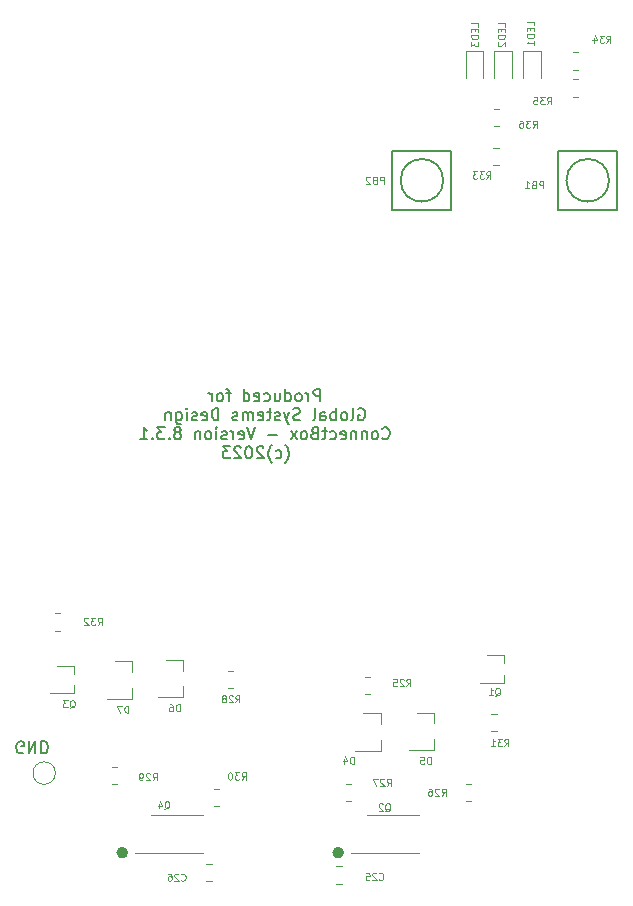
<source format=gbr>
%TF.GenerationSoftware,KiCad,Pcbnew,7.0.10*%
%TF.CreationDate,2025-01-07T15:55:25-07:00*%
%TF.ProjectId,HATB_ver_8.3.1,48415442-5f76-4657-925f-382e332e312e,8.3.1*%
%TF.SameCoordinates,Original*%
%TF.FileFunction,Legend,Bot*%
%TF.FilePolarity,Positive*%
%FSLAX46Y46*%
G04 Gerber Fmt 4.6, Leading zero omitted, Abs format (unit mm)*
G04 Created by KiCad (PCBNEW 7.0.10) date 2025-01-07 15:55:25*
%MOMM*%
%LPD*%
G01*
G04 APERTURE LIST*
%ADD10C,0.150000*%
%ADD11C,0.200000*%
%ADD12C,0.100000*%
%ADD13C,0.120000*%
%ADD14C,0.499853*%
G04 APERTURE END LIST*
D10*
X193926667Y-83989819D02*
X193926667Y-82989819D01*
X193926667Y-82989819D02*
X193545715Y-82989819D01*
X193545715Y-82989819D02*
X193450477Y-83037438D01*
X193450477Y-83037438D02*
X193402858Y-83085057D01*
X193402858Y-83085057D02*
X193355239Y-83180295D01*
X193355239Y-83180295D02*
X193355239Y-83323152D01*
X193355239Y-83323152D02*
X193402858Y-83418390D01*
X193402858Y-83418390D02*
X193450477Y-83466009D01*
X193450477Y-83466009D02*
X193545715Y-83513628D01*
X193545715Y-83513628D02*
X193926667Y-83513628D01*
X192926667Y-83989819D02*
X192926667Y-83323152D01*
X192926667Y-83513628D02*
X192879048Y-83418390D01*
X192879048Y-83418390D02*
X192831429Y-83370771D01*
X192831429Y-83370771D02*
X192736191Y-83323152D01*
X192736191Y-83323152D02*
X192640953Y-83323152D01*
X192164762Y-83989819D02*
X192260000Y-83942200D01*
X192260000Y-83942200D02*
X192307619Y-83894580D01*
X192307619Y-83894580D02*
X192355238Y-83799342D01*
X192355238Y-83799342D02*
X192355238Y-83513628D01*
X192355238Y-83513628D02*
X192307619Y-83418390D01*
X192307619Y-83418390D02*
X192260000Y-83370771D01*
X192260000Y-83370771D02*
X192164762Y-83323152D01*
X192164762Y-83323152D02*
X192021905Y-83323152D01*
X192021905Y-83323152D02*
X191926667Y-83370771D01*
X191926667Y-83370771D02*
X191879048Y-83418390D01*
X191879048Y-83418390D02*
X191831429Y-83513628D01*
X191831429Y-83513628D02*
X191831429Y-83799342D01*
X191831429Y-83799342D02*
X191879048Y-83894580D01*
X191879048Y-83894580D02*
X191926667Y-83942200D01*
X191926667Y-83942200D02*
X192021905Y-83989819D01*
X192021905Y-83989819D02*
X192164762Y-83989819D01*
X190974286Y-83989819D02*
X190974286Y-82989819D01*
X190974286Y-83942200D02*
X191069524Y-83989819D01*
X191069524Y-83989819D02*
X191260000Y-83989819D01*
X191260000Y-83989819D02*
X191355238Y-83942200D01*
X191355238Y-83942200D02*
X191402857Y-83894580D01*
X191402857Y-83894580D02*
X191450476Y-83799342D01*
X191450476Y-83799342D02*
X191450476Y-83513628D01*
X191450476Y-83513628D02*
X191402857Y-83418390D01*
X191402857Y-83418390D02*
X191355238Y-83370771D01*
X191355238Y-83370771D02*
X191260000Y-83323152D01*
X191260000Y-83323152D02*
X191069524Y-83323152D01*
X191069524Y-83323152D02*
X190974286Y-83370771D01*
X190069524Y-83323152D02*
X190069524Y-83989819D01*
X190498095Y-83323152D02*
X190498095Y-83846961D01*
X190498095Y-83846961D02*
X190450476Y-83942200D01*
X190450476Y-83942200D02*
X190355238Y-83989819D01*
X190355238Y-83989819D02*
X190212381Y-83989819D01*
X190212381Y-83989819D02*
X190117143Y-83942200D01*
X190117143Y-83942200D02*
X190069524Y-83894580D01*
X189164762Y-83942200D02*
X189260000Y-83989819D01*
X189260000Y-83989819D02*
X189450476Y-83989819D01*
X189450476Y-83989819D02*
X189545714Y-83942200D01*
X189545714Y-83942200D02*
X189593333Y-83894580D01*
X189593333Y-83894580D02*
X189640952Y-83799342D01*
X189640952Y-83799342D02*
X189640952Y-83513628D01*
X189640952Y-83513628D02*
X189593333Y-83418390D01*
X189593333Y-83418390D02*
X189545714Y-83370771D01*
X189545714Y-83370771D02*
X189450476Y-83323152D01*
X189450476Y-83323152D02*
X189260000Y-83323152D01*
X189260000Y-83323152D02*
X189164762Y-83370771D01*
X188355238Y-83942200D02*
X188450476Y-83989819D01*
X188450476Y-83989819D02*
X188640952Y-83989819D01*
X188640952Y-83989819D02*
X188736190Y-83942200D01*
X188736190Y-83942200D02*
X188783809Y-83846961D01*
X188783809Y-83846961D02*
X188783809Y-83466009D01*
X188783809Y-83466009D02*
X188736190Y-83370771D01*
X188736190Y-83370771D02*
X188640952Y-83323152D01*
X188640952Y-83323152D02*
X188450476Y-83323152D01*
X188450476Y-83323152D02*
X188355238Y-83370771D01*
X188355238Y-83370771D02*
X188307619Y-83466009D01*
X188307619Y-83466009D02*
X188307619Y-83561247D01*
X188307619Y-83561247D02*
X188783809Y-83656485D01*
X187450476Y-83989819D02*
X187450476Y-82989819D01*
X187450476Y-83942200D02*
X187545714Y-83989819D01*
X187545714Y-83989819D02*
X187736190Y-83989819D01*
X187736190Y-83989819D02*
X187831428Y-83942200D01*
X187831428Y-83942200D02*
X187879047Y-83894580D01*
X187879047Y-83894580D02*
X187926666Y-83799342D01*
X187926666Y-83799342D02*
X187926666Y-83513628D01*
X187926666Y-83513628D02*
X187879047Y-83418390D01*
X187879047Y-83418390D02*
X187831428Y-83370771D01*
X187831428Y-83370771D02*
X187736190Y-83323152D01*
X187736190Y-83323152D02*
X187545714Y-83323152D01*
X187545714Y-83323152D02*
X187450476Y-83370771D01*
X186355237Y-83323152D02*
X185974285Y-83323152D01*
X186212380Y-83989819D02*
X186212380Y-83132676D01*
X186212380Y-83132676D02*
X186164761Y-83037438D01*
X186164761Y-83037438D02*
X186069523Y-82989819D01*
X186069523Y-82989819D02*
X185974285Y-82989819D01*
X185498094Y-83989819D02*
X185593332Y-83942200D01*
X185593332Y-83942200D02*
X185640951Y-83894580D01*
X185640951Y-83894580D02*
X185688570Y-83799342D01*
X185688570Y-83799342D02*
X185688570Y-83513628D01*
X185688570Y-83513628D02*
X185640951Y-83418390D01*
X185640951Y-83418390D02*
X185593332Y-83370771D01*
X185593332Y-83370771D02*
X185498094Y-83323152D01*
X185498094Y-83323152D02*
X185355237Y-83323152D01*
X185355237Y-83323152D02*
X185259999Y-83370771D01*
X185259999Y-83370771D02*
X185212380Y-83418390D01*
X185212380Y-83418390D02*
X185164761Y-83513628D01*
X185164761Y-83513628D02*
X185164761Y-83799342D01*
X185164761Y-83799342D02*
X185212380Y-83894580D01*
X185212380Y-83894580D02*
X185259999Y-83942200D01*
X185259999Y-83942200D02*
X185355237Y-83989819D01*
X185355237Y-83989819D02*
X185498094Y-83989819D01*
X184736189Y-83989819D02*
X184736189Y-83323152D01*
X184736189Y-83513628D02*
X184688570Y-83418390D01*
X184688570Y-83418390D02*
X184640951Y-83370771D01*
X184640951Y-83370771D02*
X184545713Y-83323152D01*
X184545713Y-83323152D02*
X184450475Y-83323152D01*
X197164763Y-84647438D02*
X197260001Y-84599819D01*
X197260001Y-84599819D02*
X197402858Y-84599819D01*
X197402858Y-84599819D02*
X197545715Y-84647438D01*
X197545715Y-84647438D02*
X197640953Y-84742676D01*
X197640953Y-84742676D02*
X197688572Y-84837914D01*
X197688572Y-84837914D02*
X197736191Y-85028390D01*
X197736191Y-85028390D02*
X197736191Y-85171247D01*
X197736191Y-85171247D02*
X197688572Y-85361723D01*
X197688572Y-85361723D02*
X197640953Y-85456961D01*
X197640953Y-85456961D02*
X197545715Y-85552200D01*
X197545715Y-85552200D02*
X197402858Y-85599819D01*
X197402858Y-85599819D02*
X197307620Y-85599819D01*
X197307620Y-85599819D02*
X197164763Y-85552200D01*
X197164763Y-85552200D02*
X197117144Y-85504580D01*
X197117144Y-85504580D02*
X197117144Y-85171247D01*
X197117144Y-85171247D02*
X197307620Y-85171247D01*
X196545715Y-85599819D02*
X196640953Y-85552200D01*
X196640953Y-85552200D02*
X196688572Y-85456961D01*
X196688572Y-85456961D02*
X196688572Y-84599819D01*
X196021905Y-85599819D02*
X196117143Y-85552200D01*
X196117143Y-85552200D02*
X196164762Y-85504580D01*
X196164762Y-85504580D02*
X196212381Y-85409342D01*
X196212381Y-85409342D02*
X196212381Y-85123628D01*
X196212381Y-85123628D02*
X196164762Y-85028390D01*
X196164762Y-85028390D02*
X196117143Y-84980771D01*
X196117143Y-84980771D02*
X196021905Y-84933152D01*
X196021905Y-84933152D02*
X195879048Y-84933152D01*
X195879048Y-84933152D02*
X195783810Y-84980771D01*
X195783810Y-84980771D02*
X195736191Y-85028390D01*
X195736191Y-85028390D02*
X195688572Y-85123628D01*
X195688572Y-85123628D02*
X195688572Y-85409342D01*
X195688572Y-85409342D02*
X195736191Y-85504580D01*
X195736191Y-85504580D02*
X195783810Y-85552200D01*
X195783810Y-85552200D02*
X195879048Y-85599819D01*
X195879048Y-85599819D02*
X196021905Y-85599819D01*
X195260000Y-85599819D02*
X195260000Y-84599819D01*
X195260000Y-84980771D02*
X195164762Y-84933152D01*
X195164762Y-84933152D02*
X194974286Y-84933152D01*
X194974286Y-84933152D02*
X194879048Y-84980771D01*
X194879048Y-84980771D02*
X194831429Y-85028390D01*
X194831429Y-85028390D02*
X194783810Y-85123628D01*
X194783810Y-85123628D02*
X194783810Y-85409342D01*
X194783810Y-85409342D02*
X194831429Y-85504580D01*
X194831429Y-85504580D02*
X194879048Y-85552200D01*
X194879048Y-85552200D02*
X194974286Y-85599819D01*
X194974286Y-85599819D02*
X195164762Y-85599819D01*
X195164762Y-85599819D02*
X195260000Y-85552200D01*
X193926667Y-85599819D02*
X193926667Y-85076009D01*
X193926667Y-85076009D02*
X193974286Y-84980771D01*
X193974286Y-84980771D02*
X194069524Y-84933152D01*
X194069524Y-84933152D02*
X194260000Y-84933152D01*
X194260000Y-84933152D02*
X194355238Y-84980771D01*
X193926667Y-85552200D02*
X194021905Y-85599819D01*
X194021905Y-85599819D02*
X194260000Y-85599819D01*
X194260000Y-85599819D02*
X194355238Y-85552200D01*
X194355238Y-85552200D02*
X194402857Y-85456961D01*
X194402857Y-85456961D02*
X194402857Y-85361723D01*
X194402857Y-85361723D02*
X194355238Y-85266485D01*
X194355238Y-85266485D02*
X194260000Y-85218866D01*
X194260000Y-85218866D02*
X194021905Y-85218866D01*
X194021905Y-85218866D02*
X193926667Y-85171247D01*
X193307619Y-85599819D02*
X193402857Y-85552200D01*
X193402857Y-85552200D02*
X193450476Y-85456961D01*
X193450476Y-85456961D02*
X193450476Y-84599819D01*
X192212380Y-85552200D02*
X192069523Y-85599819D01*
X192069523Y-85599819D02*
X191831428Y-85599819D01*
X191831428Y-85599819D02*
X191736190Y-85552200D01*
X191736190Y-85552200D02*
X191688571Y-85504580D01*
X191688571Y-85504580D02*
X191640952Y-85409342D01*
X191640952Y-85409342D02*
X191640952Y-85314104D01*
X191640952Y-85314104D02*
X191688571Y-85218866D01*
X191688571Y-85218866D02*
X191736190Y-85171247D01*
X191736190Y-85171247D02*
X191831428Y-85123628D01*
X191831428Y-85123628D02*
X192021904Y-85076009D01*
X192021904Y-85076009D02*
X192117142Y-85028390D01*
X192117142Y-85028390D02*
X192164761Y-84980771D01*
X192164761Y-84980771D02*
X192212380Y-84885533D01*
X192212380Y-84885533D02*
X192212380Y-84790295D01*
X192212380Y-84790295D02*
X192164761Y-84695057D01*
X192164761Y-84695057D02*
X192117142Y-84647438D01*
X192117142Y-84647438D02*
X192021904Y-84599819D01*
X192021904Y-84599819D02*
X191783809Y-84599819D01*
X191783809Y-84599819D02*
X191640952Y-84647438D01*
X191307618Y-84933152D02*
X191069523Y-85599819D01*
X190831428Y-84933152D02*
X191069523Y-85599819D01*
X191069523Y-85599819D02*
X191164761Y-85837914D01*
X191164761Y-85837914D02*
X191212380Y-85885533D01*
X191212380Y-85885533D02*
X191307618Y-85933152D01*
X190498094Y-85552200D02*
X190402856Y-85599819D01*
X190402856Y-85599819D02*
X190212380Y-85599819D01*
X190212380Y-85599819D02*
X190117142Y-85552200D01*
X190117142Y-85552200D02*
X190069523Y-85456961D01*
X190069523Y-85456961D02*
X190069523Y-85409342D01*
X190069523Y-85409342D02*
X190117142Y-85314104D01*
X190117142Y-85314104D02*
X190212380Y-85266485D01*
X190212380Y-85266485D02*
X190355237Y-85266485D01*
X190355237Y-85266485D02*
X190450475Y-85218866D01*
X190450475Y-85218866D02*
X190498094Y-85123628D01*
X190498094Y-85123628D02*
X190498094Y-85076009D01*
X190498094Y-85076009D02*
X190450475Y-84980771D01*
X190450475Y-84980771D02*
X190355237Y-84933152D01*
X190355237Y-84933152D02*
X190212380Y-84933152D01*
X190212380Y-84933152D02*
X190117142Y-84980771D01*
X189783808Y-84933152D02*
X189402856Y-84933152D01*
X189640951Y-84599819D02*
X189640951Y-85456961D01*
X189640951Y-85456961D02*
X189593332Y-85552200D01*
X189593332Y-85552200D02*
X189498094Y-85599819D01*
X189498094Y-85599819D02*
X189402856Y-85599819D01*
X188688570Y-85552200D02*
X188783808Y-85599819D01*
X188783808Y-85599819D02*
X188974284Y-85599819D01*
X188974284Y-85599819D02*
X189069522Y-85552200D01*
X189069522Y-85552200D02*
X189117141Y-85456961D01*
X189117141Y-85456961D02*
X189117141Y-85076009D01*
X189117141Y-85076009D02*
X189069522Y-84980771D01*
X189069522Y-84980771D02*
X188974284Y-84933152D01*
X188974284Y-84933152D02*
X188783808Y-84933152D01*
X188783808Y-84933152D02*
X188688570Y-84980771D01*
X188688570Y-84980771D02*
X188640951Y-85076009D01*
X188640951Y-85076009D02*
X188640951Y-85171247D01*
X188640951Y-85171247D02*
X189117141Y-85266485D01*
X188212379Y-85599819D02*
X188212379Y-84933152D01*
X188212379Y-85028390D02*
X188164760Y-84980771D01*
X188164760Y-84980771D02*
X188069522Y-84933152D01*
X188069522Y-84933152D02*
X187926665Y-84933152D01*
X187926665Y-84933152D02*
X187831427Y-84980771D01*
X187831427Y-84980771D02*
X187783808Y-85076009D01*
X187783808Y-85076009D02*
X187783808Y-85599819D01*
X187783808Y-85076009D02*
X187736189Y-84980771D01*
X187736189Y-84980771D02*
X187640951Y-84933152D01*
X187640951Y-84933152D02*
X187498094Y-84933152D01*
X187498094Y-84933152D02*
X187402855Y-84980771D01*
X187402855Y-84980771D02*
X187355236Y-85076009D01*
X187355236Y-85076009D02*
X187355236Y-85599819D01*
X186926665Y-85552200D02*
X186831427Y-85599819D01*
X186831427Y-85599819D02*
X186640951Y-85599819D01*
X186640951Y-85599819D02*
X186545713Y-85552200D01*
X186545713Y-85552200D02*
X186498094Y-85456961D01*
X186498094Y-85456961D02*
X186498094Y-85409342D01*
X186498094Y-85409342D02*
X186545713Y-85314104D01*
X186545713Y-85314104D02*
X186640951Y-85266485D01*
X186640951Y-85266485D02*
X186783808Y-85266485D01*
X186783808Y-85266485D02*
X186879046Y-85218866D01*
X186879046Y-85218866D02*
X186926665Y-85123628D01*
X186926665Y-85123628D02*
X186926665Y-85076009D01*
X186926665Y-85076009D02*
X186879046Y-84980771D01*
X186879046Y-84980771D02*
X186783808Y-84933152D01*
X186783808Y-84933152D02*
X186640951Y-84933152D01*
X186640951Y-84933152D02*
X186545713Y-84980771D01*
X185307617Y-85599819D02*
X185307617Y-84599819D01*
X185307617Y-84599819D02*
X185069522Y-84599819D01*
X185069522Y-84599819D02*
X184926665Y-84647438D01*
X184926665Y-84647438D02*
X184831427Y-84742676D01*
X184831427Y-84742676D02*
X184783808Y-84837914D01*
X184783808Y-84837914D02*
X184736189Y-85028390D01*
X184736189Y-85028390D02*
X184736189Y-85171247D01*
X184736189Y-85171247D02*
X184783808Y-85361723D01*
X184783808Y-85361723D02*
X184831427Y-85456961D01*
X184831427Y-85456961D02*
X184926665Y-85552200D01*
X184926665Y-85552200D02*
X185069522Y-85599819D01*
X185069522Y-85599819D02*
X185307617Y-85599819D01*
X183926665Y-85552200D02*
X184021903Y-85599819D01*
X184021903Y-85599819D02*
X184212379Y-85599819D01*
X184212379Y-85599819D02*
X184307617Y-85552200D01*
X184307617Y-85552200D02*
X184355236Y-85456961D01*
X184355236Y-85456961D02*
X184355236Y-85076009D01*
X184355236Y-85076009D02*
X184307617Y-84980771D01*
X184307617Y-84980771D02*
X184212379Y-84933152D01*
X184212379Y-84933152D02*
X184021903Y-84933152D01*
X184021903Y-84933152D02*
X183926665Y-84980771D01*
X183926665Y-84980771D02*
X183879046Y-85076009D01*
X183879046Y-85076009D02*
X183879046Y-85171247D01*
X183879046Y-85171247D02*
X184355236Y-85266485D01*
X183498093Y-85552200D02*
X183402855Y-85599819D01*
X183402855Y-85599819D02*
X183212379Y-85599819D01*
X183212379Y-85599819D02*
X183117141Y-85552200D01*
X183117141Y-85552200D02*
X183069522Y-85456961D01*
X183069522Y-85456961D02*
X183069522Y-85409342D01*
X183069522Y-85409342D02*
X183117141Y-85314104D01*
X183117141Y-85314104D02*
X183212379Y-85266485D01*
X183212379Y-85266485D02*
X183355236Y-85266485D01*
X183355236Y-85266485D02*
X183450474Y-85218866D01*
X183450474Y-85218866D02*
X183498093Y-85123628D01*
X183498093Y-85123628D02*
X183498093Y-85076009D01*
X183498093Y-85076009D02*
X183450474Y-84980771D01*
X183450474Y-84980771D02*
X183355236Y-84933152D01*
X183355236Y-84933152D02*
X183212379Y-84933152D01*
X183212379Y-84933152D02*
X183117141Y-84980771D01*
X182640950Y-85599819D02*
X182640950Y-84933152D01*
X182640950Y-84599819D02*
X182688569Y-84647438D01*
X182688569Y-84647438D02*
X182640950Y-84695057D01*
X182640950Y-84695057D02*
X182593331Y-84647438D01*
X182593331Y-84647438D02*
X182640950Y-84599819D01*
X182640950Y-84599819D02*
X182640950Y-84695057D01*
X181736189Y-84933152D02*
X181736189Y-85742676D01*
X181736189Y-85742676D02*
X181783808Y-85837914D01*
X181783808Y-85837914D02*
X181831427Y-85885533D01*
X181831427Y-85885533D02*
X181926665Y-85933152D01*
X181926665Y-85933152D02*
X182069522Y-85933152D01*
X182069522Y-85933152D02*
X182164760Y-85885533D01*
X181736189Y-85552200D02*
X181831427Y-85599819D01*
X181831427Y-85599819D02*
X182021903Y-85599819D01*
X182021903Y-85599819D02*
X182117141Y-85552200D01*
X182117141Y-85552200D02*
X182164760Y-85504580D01*
X182164760Y-85504580D02*
X182212379Y-85409342D01*
X182212379Y-85409342D02*
X182212379Y-85123628D01*
X182212379Y-85123628D02*
X182164760Y-85028390D01*
X182164760Y-85028390D02*
X182117141Y-84980771D01*
X182117141Y-84980771D02*
X182021903Y-84933152D01*
X182021903Y-84933152D02*
X181831427Y-84933152D01*
X181831427Y-84933152D02*
X181736189Y-84980771D01*
X181259998Y-84933152D02*
X181259998Y-85599819D01*
X181259998Y-85028390D02*
X181212379Y-84980771D01*
X181212379Y-84980771D02*
X181117141Y-84933152D01*
X181117141Y-84933152D02*
X180974284Y-84933152D01*
X180974284Y-84933152D02*
X180879046Y-84980771D01*
X180879046Y-84980771D02*
X180831427Y-85076009D01*
X180831427Y-85076009D02*
X180831427Y-85599819D01*
X199188572Y-87114580D02*
X199236191Y-87162200D01*
X199236191Y-87162200D02*
X199379048Y-87209819D01*
X199379048Y-87209819D02*
X199474286Y-87209819D01*
X199474286Y-87209819D02*
X199617143Y-87162200D01*
X199617143Y-87162200D02*
X199712381Y-87066961D01*
X199712381Y-87066961D02*
X199760000Y-86971723D01*
X199760000Y-86971723D02*
X199807619Y-86781247D01*
X199807619Y-86781247D02*
X199807619Y-86638390D01*
X199807619Y-86638390D02*
X199760000Y-86447914D01*
X199760000Y-86447914D02*
X199712381Y-86352676D01*
X199712381Y-86352676D02*
X199617143Y-86257438D01*
X199617143Y-86257438D02*
X199474286Y-86209819D01*
X199474286Y-86209819D02*
X199379048Y-86209819D01*
X199379048Y-86209819D02*
X199236191Y-86257438D01*
X199236191Y-86257438D02*
X199188572Y-86305057D01*
X198617143Y-87209819D02*
X198712381Y-87162200D01*
X198712381Y-87162200D02*
X198760000Y-87114580D01*
X198760000Y-87114580D02*
X198807619Y-87019342D01*
X198807619Y-87019342D02*
X198807619Y-86733628D01*
X198807619Y-86733628D02*
X198760000Y-86638390D01*
X198760000Y-86638390D02*
X198712381Y-86590771D01*
X198712381Y-86590771D02*
X198617143Y-86543152D01*
X198617143Y-86543152D02*
X198474286Y-86543152D01*
X198474286Y-86543152D02*
X198379048Y-86590771D01*
X198379048Y-86590771D02*
X198331429Y-86638390D01*
X198331429Y-86638390D02*
X198283810Y-86733628D01*
X198283810Y-86733628D02*
X198283810Y-87019342D01*
X198283810Y-87019342D02*
X198331429Y-87114580D01*
X198331429Y-87114580D02*
X198379048Y-87162200D01*
X198379048Y-87162200D02*
X198474286Y-87209819D01*
X198474286Y-87209819D02*
X198617143Y-87209819D01*
X197855238Y-86543152D02*
X197855238Y-87209819D01*
X197855238Y-86638390D02*
X197807619Y-86590771D01*
X197807619Y-86590771D02*
X197712381Y-86543152D01*
X197712381Y-86543152D02*
X197569524Y-86543152D01*
X197569524Y-86543152D02*
X197474286Y-86590771D01*
X197474286Y-86590771D02*
X197426667Y-86686009D01*
X197426667Y-86686009D02*
X197426667Y-87209819D01*
X196950476Y-86543152D02*
X196950476Y-87209819D01*
X196950476Y-86638390D02*
X196902857Y-86590771D01*
X196902857Y-86590771D02*
X196807619Y-86543152D01*
X196807619Y-86543152D02*
X196664762Y-86543152D01*
X196664762Y-86543152D02*
X196569524Y-86590771D01*
X196569524Y-86590771D02*
X196521905Y-86686009D01*
X196521905Y-86686009D02*
X196521905Y-87209819D01*
X195664762Y-87162200D02*
X195760000Y-87209819D01*
X195760000Y-87209819D02*
X195950476Y-87209819D01*
X195950476Y-87209819D02*
X196045714Y-87162200D01*
X196045714Y-87162200D02*
X196093333Y-87066961D01*
X196093333Y-87066961D02*
X196093333Y-86686009D01*
X196093333Y-86686009D02*
X196045714Y-86590771D01*
X196045714Y-86590771D02*
X195950476Y-86543152D01*
X195950476Y-86543152D02*
X195760000Y-86543152D01*
X195760000Y-86543152D02*
X195664762Y-86590771D01*
X195664762Y-86590771D02*
X195617143Y-86686009D01*
X195617143Y-86686009D02*
X195617143Y-86781247D01*
X195617143Y-86781247D02*
X196093333Y-86876485D01*
X194760000Y-87162200D02*
X194855238Y-87209819D01*
X194855238Y-87209819D02*
X195045714Y-87209819D01*
X195045714Y-87209819D02*
X195140952Y-87162200D01*
X195140952Y-87162200D02*
X195188571Y-87114580D01*
X195188571Y-87114580D02*
X195236190Y-87019342D01*
X195236190Y-87019342D02*
X195236190Y-86733628D01*
X195236190Y-86733628D02*
X195188571Y-86638390D01*
X195188571Y-86638390D02*
X195140952Y-86590771D01*
X195140952Y-86590771D02*
X195045714Y-86543152D01*
X195045714Y-86543152D02*
X194855238Y-86543152D01*
X194855238Y-86543152D02*
X194760000Y-86590771D01*
X194474285Y-86543152D02*
X194093333Y-86543152D01*
X194331428Y-86209819D02*
X194331428Y-87066961D01*
X194331428Y-87066961D02*
X194283809Y-87162200D01*
X194283809Y-87162200D02*
X194188571Y-87209819D01*
X194188571Y-87209819D02*
X194093333Y-87209819D01*
X193426666Y-86686009D02*
X193283809Y-86733628D01*
X193283809Y-86733628D02*
X193236190Y-86781247D01*
X193236190Y-86781247D02*
X193188571Y-86876485D01*
X193188571Y-86876485D02*
X193188571Y-87019342D01*
X193188571Y-87019342D02*
X193236190Y-87114580D01*
X193236190Y-87114580D02*
X193283809Y-87162200D01*
X193283809Y-87162200D02*
X193379047Y-87209819D01*
X193379047Y-87209819D02*
X193759999Y-87209819D01*
X193759999Y-87209819D02*
X193759999Y-86209819D01*
X193759999Y-86209819D02*
X193426666Y-86209819D01*
X193426666Y-86209819D02*
X193331428Y-86257438D01*
X193331428Y-86257438D02*
X193283809Y-86305057D01*
X193283809Y-86305057D02*
X193236190Y-86400295D01*
X193236190Y-86400295D02*
X193236190Y-86495533D01*
X193236190Y-86495533D02*
X193283809Y-86590771D01*
X193283809Y-86590771D02*
X193331428Y-86638390D01*
X193331428Y-86638390D02*
X193426666Y-86686009D01*
X193426666Y-86686009D02*
X193759999Y-86686009D01*
X192617142Y-87209819D02*
X192712380Y-87162200D01*
X192712380Y-87162200D02*
X192759999Y-87114580D01*
X192759999Y-87114580D02*
X192807618Y-87019342D01*
X192807618Y-87019342D02*
X192807618Y-86733628D01*
X192807618Y-86733628D02*
X192759999Y-86638390D01*
X192759999Y-86638390D02*
X192712380Y-86590771D01*
X192712380Y-86590771D02*
X192617142Y-86543152D01*
X192617142Y-86543152D02*
X192474285Y-86543152D01*
X192474285Y-86543152D02*
X192379047Y-86590771D01*
X192379047Y-86590771D02*
X192331428Y-86638390D01*
X192331428Y-86638390D02*
X192283809Y-86733628D01*
X192283809Y-86733628D02*
X192283809Y-87019342D01*
X192283809Y-87019342D02*
X192331428Y-87114580D01*
X192331428Y-87114580D02*
X192379047Y-87162200D01*
X192379047Y-87162200D02*
X192474285Y-87209819D01*
X192474285Y-87209819D02*
X192617142Y-87209819D01*
X191950475Y-87209819D02*
X191426666Y-86543152D01*
X191950475Y-86543152D02*
X191426666Y-87209819D01*
X190283808Y-86828866D02*
X189521904Y-86828866D01*
X188426665Y-86209819D02*
X188093332Y-87209819D01*
X188093332Y-87209819D02*
X187759999Y-86209819D01*
X187045713Y-87162200D02*
X187140951Y-87209819D01*
X187140951Y-87209819D02*
X187331427Y-87209819D01*
X187331427Y-87209819D02*
X187426665Y-87162200D01*
X187426665Y-87162200D02*
X187474284Y-87066961D01*
X187474284Y-87066961D02*
X187474284Y-86686009D01*
X187474284Y-86686009D02*
X187426665Y-86590771D01*
X187426665Y-86590771D02*
X187331427Y-86543152D01*
X187331427Y-86543152D02*
X187140951Y-86543152D01*
X187140951Y-86543152D02*
X187045713Y-86590771D01*
X187045713Y-86590771D02*
X186998094Y-86686009D01*
X186998094Y-86686009D02*
X186998094Y-86781247D01*
X186998094Y-86781247D02*
X187474284Y-86876485D01*
X186569522Y-87209819D02*
X186569522Y-86543152D01*
X186569522Y-86733628D02*
X186521903Y-86638390D01*
X186521903Y-86638390D02*
X186474284Y-86590771D01*
X186474284Y-86590771D02*
X186379046Y-86543152D01*
X186379046Y-86543152D02*
X186283808Y-86543152D01*
X185998093Y-87162200D02*
X185902855Y-87209819D01*
X185902855Y-87209819D02*
X185712379Y-87209819D01*
X185712379Y-87209819D02*
X185617141Y-87162200D01*
X185617141Y-87162200D02*
X185569522Y-87066961D01*
X185569522Y-87066961D02*
X185569522Y-87019342D01*
X185569522Y-87019342D02*
X185617141Y-86924104D01*
X185617141Y-86924104D02*
X185712379Y-86876485D01*
X185712379Y-86876485D02*
X185855236Y-86876485D01*
X185855236Y-86876485D02*
X185950474Y-86828866D01*
X185950474Y-86828866D02*
X185998093Y-86733628D01*
X185998093Y-86733628D02*
X185998093Y-86686009D01*
X185998093Y-86686009D02*
X185950474Y-86590771D01*
X185950474Y-86590771D02*
X185855236Y-86543152D01*
X185855236Y-86543152D02*
X185712379Y-86543152D01*
X185712379Y-86543152D02*
X185617141Y-86590771D01*
X185140950Y-87209819D02*
X185140950Y-86543152D01*
X185140950Y-86209819D02*
X185188569Y-86257438D01*
X185188569Y-86257438D02*
X185140950Y-86305057D01*
X185140950Y-86305057D02*
X185093331Y-86257438D01*
X185093331Y-86257438D02*
X185140950Y-86209819D01*
X185140950Y-86209819D02*
X185140950Y-86305057D01*
X184521903Y-87209819D02*
X184617141Y-87162200D01*
X184617141Y-87162200D02*
X184664760Y-87114580D01*
X184664760Y-87114580D02*
X184712379Y-87019342D01*
X184712379Y-87019342D02*
X184712379Y-86733628D01*
X184712379Y-86733628D02*
X184664760Y-86638390D01*
X184664760Y-86638390D02*
X184617141Y-86590771D01*
X184617141Y-86590771D02*
X184521903Y-86543152D01*
X184521903Y-86543152D02*
X184379046Y-86543152D01*
X184379046Y-86543152D02*
X184283808Y-86590771D01*
X184283808Y-86590771D02*
X184236189Y-86638390D01*
X184236189Y-86638390D02*
X184188570Y-86733628D01*
X184188570Y-86733628D02*
X184188570Y-87019342D01*
X184188570Y-87019342D02*
X184236189Y-87114580D01*
X184236189Y-87114580D02*
X184283808Y-87162200D01*
X184283808Y-87162200D02*
X184379046Y-87209819D01*
X184379046Y-87209819D02*
X184521903Y-87209819D01*
X183759998Y-86543152D02*
X183759998Y-87209819D01*
X183759998Y-86638390D02*
X183712379Y-86590771D01*
X183712379Y-86590771D02*
X183617141Y-86543152D01*
X183617141Y-86543152D02*
X183474284Y-86543152D01*
X183474284Y-86543152D02*
X183379046Y-86590771D01*
X183379046Y-86590771D02*
X183331427Y-86686009D01*
X183331427Y-86686009D02*
X183331427Y-87209819D01*
X181950474Y-86638390D02*
X182045712Y-86590771D01*
X182045712Y-86590771D02*
X182093331Y-86543152D01*
X182093331Y-86543152D02*
X182140950Y-86447914D01*
X182140950Y-86447914D02*
X182140950Y-86400295D01*
X182140950Y-86400295D02*
X182093331Y-86305057D01*
X182093331Y-86305057D02*
X182045712Y-86257438D01*
X182045712Y-86257438D02*
X181950474Y-86209819D01*
X181950474Y-86209819D02*
X181759998Y-86209819D01*
X181759998Y-86209819D02*
X181664760Y-86257438D01*
X181664760Y-86257438D02*
X181617141Y-86305057D01*
X181617141Y-86305057D02*
X181569522Y-86400295D01*
X181569522Y-86400295D02*
X181569522Y-86447914D01*
X181569522Y-86447914D02*
X181617141Y-86543152D01*
X181617141Y-86543152D02*
X181664760Y-86590771D01*
X181664760Y-86590771D02*
X181759998Y-86638390D01*
X181759998Y-86638390D02*
X181950474Y-86638390D01*
X181950474Y-86638390D02*
X182045712Y-86686009D01*
X182045712Y-86686009D02*
X182093331Y-86733628D01*
X182093331Y-86733628D02*
X182140950Y-86828866D01*
X182140950Y-86828866D02*
X182140950Y-87019342D01*
X182140950Y-87019342D02*
X182093331Y-87114580D01*
X182093331Y-87114580D02*
X182045712Y-87162200D01*
X182045712Y-87162200D02*
X181950474Y-87209819D01*
X181950474Y-87209819D02*
X181759998Y-87209819D01*
X181759998Y-87209819D02*
X181664760Y-87162200D01*
X181664760Y-87162200D02*
X181617141Y-87114580D01*
X181617141Y-87114580D02*
X181569522Y-87019342D01*
X181569522Y-87019342D02*
X181569522Y-86828866D01*
X181569522Y-86828866D02*
X181617141Y-86733628D01*
X181617141Y-86733628D02*
X181664760Y-86686009D01*
X181664760Y-86686009D02*
X181759998Y-86638390D01*
X181140950Y-87114580D02*
X181093331Y-87162200D01*
X181093331Y-87162200D02*
X181140950Y-87209819D01*
X181140950Y-87209819D02*
X181188569Y-87162200D01*
X181188569Y-87162200D02*
X181140950Y-87114580D01*
X181140950Y-87114580D02*
X181140950Y-87209819D01*
X180759998Y-86209819D02*
X180140951Y-86209819D01*
X180140951Y-86209819D02*
X180474284Y-86590771D01*
X180474284Y-86590771D02*
X180331427Y-86590771D01*
X180331427Y-86590771D02*
X180236189Y-86638390D01*
X180236189Y-86638390D02*
X180188570Y-86686009D01*
X180188570Y-86686009D02*
X180140951Y-86781247D01*
X180140951Y-86781247D02*
X180140951Y-87019342D01*
X180140951Y-87019342D02*
X180188570Y-87114580D01*
X180188570Y-87114580D02*
X180236189Y-87162200D01*
X180236189Y-87162200D02*
X180331427Y-87209819D01*
X180331427Y-87209819D02*
X180617141Y-87209819D01*
X180617141Y-87209819D02*
X180712379Y-87162200D01*
X180712379Y-87162200D02*
X180759998Y-87114580D01*
X179712379Y-87114580D02*
X179664760Y-87162200D01*
X179664760Y-87162200D02*
X179712379Y-87209819D01*
X179712379Y-87209819D02*
X179759998Y-87162200D01*
X179759998Y-87162200D02*
X179712379Y-87114580D01*
X179712379Y-87114580D02*
X179712379Y-87209819D01*
X178712380Y-87209819D02*
X179283808Y-87209819D01*
X178998094Y-87209819D02*
X178998094Y-86209819D01*
X178998094Y-86209819D02*
X179093332Y-86352676D01*
X179093332Y-86352676D02*
X179188570Y-86447914D01*
X179188570Y-86447914D02*
X179283808Y-86495533D01*
X190974285Y-89200771D02*
X191021904Y-89153152D01*
X191021904Y-89153152D02*
X191117142Y-89010295D01*
X191117142Y-89010295D02*
X191164761Y-88915057D01*
X191164761Y-88915057D02*
X191212380Y-88772200D01*
X191212380Y-88772200D02*
X191259999Y-88534104D01*
X191259999Y-88534104D02*
X191259999Y-88343628D01*
X191259999Y-88343628D02*
X191212380Y-88105533D01*
X191212380Y-88105533D02*
X191164761Y-87962676D01*
X191164761Y-87962676D02*
X191117142Y-87867438D01*
X191117142Y-87867438D02*
X191021904Y-87724580D01*
X191021904Y-87724580D02*
X190974285Y-87676961D01*
X190164761Y-88772200D02*
X190259999Y-88819819D01*
X190259999Y-88819819D02*
X190450475Y-88819819D01*
X190450475Y-88819819D02*
X190545713Y-88772200D01*
X190545713Y-88772200D02*
X190593332Y-88724580D01*
X190593332Y-88724580D02*
X190640951Y-88629342D01*
X190640951Y-88629342D02*
X190640951Y-88343628D01*
X190640951Y-88343628D02*
X190593332Y-88248390D01*
X190593332Y-88248390D02*
X190545713Y-88200771D01*
X190545713Y-88200771D02*
X190450475Y-88153152D01*
X190450475Y-88153152D02*
X190259999Y-88153152D01*
X190259999Y-88153152D02*
X190164761Y-88200771D01*
X189831427Y-89200771D02*
X189783808Y-89153152D01*
X189783808Y-89153152D02*
X189688570Y-89010295D01*
X189688570Y-89010295D02*
X189640951Y-88915057D01*
X189640951Y-88915057D02*
X189593332Y-88772200D01*
X189593332Y-88772200D02*
X189545713Y-88534104D01*
X189545713Y-88534104D02*
X189545713Y-88343628D01*
X189545713Y-88343628D02*
X189593332Y-88105533D01*
X189593332Y-88105533D02*
X189640951Y-87962676D01*
X189640951Y-87962676D02*
X189688570Y-87867438D01*
X189688570Y-87867438D02*
X189783808Y-87724580D01*
X189783808Y-87724580D02*
X189831427Y-87676961D01*
X189117141Y-87915057D02*
X189069522Y-87867438D01*
X189069522Y-87867438D02*
X188974284Y-87819819D01*
X188974284Y-87819819D02*
X188736189Y-87819819D01*
X188736189Y-87819819D02*
X188640951Y-87867438D01*
X188640951Y-87867438D02*
X188593332Y-87915057D01*
X188593332Y-87915057D02*
X188545713Y-88010295D01*
X188545713Y-88010295D02*
X188545713Y-88105533D01*
X188545713Y-88105533D02*
X188593332Y-88248390D01*
X188593332Y-88248390D02*
X189164760Y-88819819D01*
X189164760Y-88819819D02*
X188545713Y-88819819D01*
X187926665Y-87819819D02*
X187831427Y-87819819D01*
X187831427Y-87819819D02*
X187736189Y-87867438D01*
X187736189Y-87867438D02*
X187688570Y-87915057D01*
X187688570Y-87915057D02*
X187640951Y-88010295D01*
X187640951Y-88010295D02*
X187593332Y-88200771D01*
X187593332Y-88200771D02*
X187593332Y-88438866D01*
X187593332Y-88438866D02*
X187640951Y-88629342D01*
X187640951Y-88629342D02*
X187688570Y-88724580D01*
X187688570Y-88724580D02*
X187736189Y-88772200D01*
X187736189Y-88772200D02*
X187831427Y-88819819D01*
X187831427Y-88819819D02*
X187926665Y-88819819D01*
X187926665Y-88819819D02*
X188021903Y-88772200D01*
X188021903Y-88772200D02*
X188069522Y-88724580D01*
X188069522Y-88724580D02*
X188117141Y-88629342D01*
X188117141Y-88629342D02*
X188164760Y-88438866D01*
X188164760Y-88438866D02*
X188164760Y-88200771D01*
X188164760Y-88200771D02*
X188117141Y-88010295D01*
X188117141Y-88010295D02*
X188069522Y-87915057D01*
X188069522Y-87915057D02*
X188021903Y-87867438D01*
X188021903Y-87867438D02*
X187926665Y-87819819D01*
X187212379Y-87915057D02*
X187164760Y-87867438D01*
X187164760Y-87867438D02*
X187069522Y-87819819D01*
X187069522Y-87819819D02*
X186831427Y-87819819D01*
X186831427Y-87819819D02*
X186736189Y-87867438D01*
X186736189Y-87867438D02*
X186688570Y-87915057D01*
X186688570Y-87915057D02*
X186640951Y-88010295D01*
X186640951Y-88010295D02*
X186640951Y-88105533D01*
X186640951Y-88105533D02*
X186688570Y-88248390D01*
X186688570Y-88248390D02*
X187259998Y-88819819D01*
X187259998Y-88819819D02*
X186640951Y-88819819D01*
X186307617Y-87819819D02*
X185688570Y-87819819D01*
X185688570Y-87819819D02*
X186021903Y-88200771D01*
X186021903Y-88200771D02*
X185879046Y-88200771D01*
X185879046Y-88200771D02*
X185783808Y-88248390D01*
X185783808Y-88248390D02*
X185736189Y-88296009D01*
X185736189Y-88296009D02*
X185688570Y-88391247D01*
X185688570Y-88391247D02*
X185688570Y-88629342D01*
X185688570Y-88629342D02*
X185736189Y-88724580D01*
X185736189Y-88724580D02*
X185783808Y-88772200D01*
X185783808Y-88772200D02*
X185879046Y-88819819D01*
X185879046Y-88819819D02*
X186164760Y-88819819D01*
X186164760Y-88819819D02*
X186259998Y-88772200D01*
X186259998Y-88772200D02*
X186307617Y-88724580D01*
D11*
X168768095Y-113750161D02*
X168672857Y-113797780D01*
X168672857Y-113797780D02*
X168530000Y-113797780D01*
X168530000Y-113797780D02*
X168387143Y-113750161D01*
X168387143Y-113750161D02*
X168291905Y-113654923D01*
X168291905Y-113654923D02*
X168244286Y-113559685D01*
X168244286Y-113559685D02*
X168196667Y-113369209D01*
X168196667Y-113369209D02*
X168196667Y-113226352D01*
X168196667Y-113226352D02*
X168244286Y-113035876D01*
X168244286Y-113035876D02*
X168291905Y-112940638D01*
X168291905Y-112940638D02*
X168387143Y-112845400D01*
X168387143Y-112845400D02*
X168530000Y-112797780D01*
X168530000Y-112797780D02*
X168625238Y-112797780D01*
X168625238Y-112797780D02*
X168768095Y-112845400D01*
X168768095Y-112845400D02*
X168815714Y-112893019D01*
X168815714Y-112893019D02*
X168815714Y-113226352D01*
X168815714Y-113226352D02*
X168625238Y-113226352D01*
X169244286Y-112797780D02*
X169244286Y-113797780D01*
X169244286Y-113797780D02*
X169815714Y-112797780D01*
X169815714Y-112797780D02*
X169815714Y-113797780D01*
X170291905Y-112797780D02*
X170291905Y-113797780D01*
X170291905Y-113797780D02*
X170530000Y-113797780D01*
X170530000Y-113797780D02*
X170672857Y-113750161D01*
X170672857Y-113750161D02*
X170768095Y-113654923D01*
X170768095Y-113654923D02*
X170815714Y-113559685D01*
X170815714Y-113559685D02*
X170863333Y-113369209D01*
X170863333Y-113369209D02*
X170863333Y-113226352D01*
X170863333Y-113226352D02*
X170815714Y-113035876D01*
X170815714Y-113035876D02*
X170768095Y-112940638D01*
X170768095Y-112940638D02*
X170672857Y-112845400D01*
X170672857Y-112845400D02*
X170530000Y-112797780D01*
X170530000Y-112797780D02*
X170291905Y-112797780D01*
D12*
X180737142Y-118519514D02*
X180794285Y-118490942D01*
X180794285Y-118490942D02*
X180851428Y-118433800D01*
X180851428Y-118433800D02*
X180937142Y-118348085D01*
X180937142Y-118348085D02*
X180994285Y-118319514D01*
X180994285Y-118319514D02*
X181051428Y-118319514D01*
X181022857Y-118462371D02*
X181080000Y-118433800D01*
X181080000Y-118433800D02*
X181137142Y-118376657D01*
X181137142Y-118376657D02*
X181165714Y-118262371D01*
X181165714Y-118262371D02*
X181165714Y-118062371D01*
X181165714Y-118062371D02*
X181137142Y-117948085D01*
X181137142Y-117948085D02*
X181080000Y-117890942D01*
X181080000Y-117890942D02*
X181022857Y-117862371D01*
X181022857Y-117862371D02*
X180908571Y-117862371D01*
X180908571Y-117862371D02*
X180851428Y-117890942D01*
X180851428Y-117890942D02*
X180794285Y-117948085D01*
X180794285Y-117948085D02*
X180765714Y-118062371D01*
X180765714Y-118062371D02*
X180765714Y-118262371D01*
X180765714Y-118262371D02*
X180794285Y-118376657D01*
X180794285Y-118376657D02*
X180851428Y-118433800D01*
X180851428Y-118433800D02*
X180908571Y-118462371D01*
X180908571Y-118462371D02*
X181022857Y-118462371D01*
X180251429Y-118062371D02*
X180251429Y-118462371D01*
X180394286Y-117833800D02*
X180537143Y-118262371D01*
X180537143Y-118262371D02*
X180165714Y-118262371D01*
X218155714Y-53632371D02*
X218355714Y-53346657D01*
X218498571Y-53632371D02*
X218498571Y-53032371D01*
X218498571Y-53032371D02*
X218270000Y-53032371D01*
X218270000Y-53032371D02*
X218212857Y-53060942D01*
X218212857Y-53060942D02*
X218184286Y-53089514D01*
X218184286Y-53089514D02*
X218155714Y-53146657D01*
X218155714Y-53146657D02*
X218155714Y-53232371D01*
X218155714Y-53232371D02*
X218184286Y-53289514D01*
X218184286Y-53289514D02*
X218212857Y-53318085D01*
X218212857Y-53318085D02*
X218270000Y-53346657D01*
X218270000Y-53346657D02*
X218498571Y-53346657D01*
X217955714Y-53032371D02*
X217584286Y-53032371D01*
X217584286Y-53032371D02*
X217784286Y-53260942D01*
X217784286Y-53260942D02*
X217698571Y-53260942D01*
X217698571Y-53260942D02*
X217641429Y-53289514D01*
X217641429Y-53289514D02*
X217612857Y-53318085D01*
X217612857Y-53318085D02*
X217584286Y-53375228D01*
X217584286Y-53375228D02*
X217584286Y-53518085D01*
X217584286Y-53518085D02*
X217612857Y-53575228D01*
X217612857Y-53575228D02*
X217641429Y-53603800D01*
X217641429Y-53603800D02*
X217698571Y-53632371D01*
X217698571Y-53632371D02*
X217870000Y-53632371D01*
X217870000Y-53632371D02*
X217927143Y-53603800D01*
X217927143Y-53603800D02*
X217955714Y-53575228D01*
X217070000Y-53232371D02*
X217070000Y-53632371D01*
X217212857Y-53003800D02*
X217355714Y-53432371D01*
X217355714Y-53432371D02*
X216984285Y-53432371D01*
X209515714Y-113202371D02*
X209715714Y-112916657D01*
X209858571Y-113202371D02*
X209858571Y-112602371D01*
X209858571Y-112602371D02*
X209630000Y-112602371D01*
X209630000Y-112602371D02*
X209572857Y-112630942D01*
X209572857Y-112630942D02*
X209544286Y-112659514D01*
X209544286Y-112659514D02*
X209515714Y-112716657D01*
X209515714Y-112716657D02*
X209515714Y-112802371D01*
X209515714Y-112802371D02*
X209544286Y-112859514D01*
X209544286Y-112859514D02*
X209572857Y-112888085D01*
X209572857Y-112888085D02*
X209630000Y-112916657D01*
X209630000Y-112916657D02*
X209858571Y-112916657D01*
X209315714Y-112602371D02*
X208944286Y-112602371D01*
X208944286Y-112602371D02*
X209144286Y-112830942D01*
X209144286Y-112830942D02*
X209058571Y-112830942D01*
X209058571Y-112830942D02*
X209001429Y-112859514D01*
X209001429Y-112859514D02*
X208972857Y-112888085D01*
X208972857Y-112888085D02*
X208944286Y-112945228D01*
X208944286Y-112945228D02*
X208944286Y-113088085D01*
X208944286Y-113088085D02*
X208972857Y-113145228D01*
X208972857Y-113145228D02*
X209001429Y-113173800D01*
X209001429Y-113173800D02*
X209058571Y-113202371D01*
X209058571Y-113202371D02*
X209230000Y-113202371D01*
X209230000Y-113202371D02*
X209287143Y-113173800D01*
X209287143Y-113173800D02*
X209315714Y-113145228D01*
X208372857Y-113202371D02*
X208715714Y-113202371D01*
X208544285Y-113202371D02*
X208544285Y-112602371D01*
X208544285Y-112602371D02*
X208601428Y-112688085D01*
X208601428Y-112688085D02*
X208658571Y-112745228D01*
X208658571Y-112745228D02*
X208715714Y-112773800D01*
X201225714Y-108122371D02*
X201425714Y-107836657D01*
X201568571Y-108122371D02*
X201568571Y-107522371D01*
X201568571Y-107522371D02*
X201340000Y-107522371D01*
X201340000Y-107522371D02*
X201282857Y-107550942D01*
X201282857Y-107550942D02*
X201254286Y-107579514D01*
X201254286Y-107579514D02*
X201225714Y-107636657D01*
X201225714Y-107636657D02*
X201225714Y-107722371D01*
X201225714Y-107722371D02*
X201254286Y-107779514D01*
X201254286Y-107779514D02*
X201282857Y-107808085D01*
X201282857Y-107808085D02*
X201340000Y-107836657D01*
X201340000Y-107836657D02*
X201568571Y-107836657D01*
X200997143Y-107579514D02*
X200968571Y-107550942D01*
X200968571Y-107550942D02*
X200911429Y-107522371D01*
X200911429Y-107522371D02*
X200768571Y-107522371D01*
X200768571Y-107522371D02*
X200711429Y-107550942D01*
X200711429Y-107550942D02*
X200682857Y-107579514D01*
X200682857Y-107579514D02*
X200654286Y-107636657D01*
X200654286Y-107636657D02*
X200654286Y-107693800D01*
X200654286Y-107693800D02*
X200682857Y-107779514D01*
X200682857Y-107779514D02*
X201025714Y-108122371D01*
X201025714Y-108122371D02*
X200654286Y-108122371D01*
X200111428Y-107522371D02*
X200397142Y-107522371D01*
X200397142Y-107522371D02*
X200425714Y-107808085D01*
X200425714Y-107808085D02*
X200397142Y-107779514D01*
X200397142Y-107779514D02*
X200340000Y-107750942D01*
X200340000Y-107750942D02*
X200197142Y-107750942D01*
X200197142Y-107750942D02*
X200140000Y-107779514D01*
X200140000Y-107779514D02*
X200111428Y-107808085D01*
X200111428Y-107808085D02*
X200082857Y-107865228D01*
X200082857Y-107865228D02*
X200082857Y-108008085D01*
X200082857Y-108008085D02*
X200111428Y-108065228D01*
X200111428Y-108065228D02*
X200140000Y-108093800D01*
X200140000Y-108093800D02*
X200197142Y-108122371D01*
X200197142Y-108122371D02*
X200340000Y-108122371D01*
X200340000Y-108122371D02*
X200397142Y-108093800D01*
X200397142Y-108093800D02*
X200425714Y-108065228D01*
X204205714Y-117402371D02*
X204405714Y-117116657D01*
X204548571Y-117402371D02*
X204548571Y-116802371D01*
X204548571Y-116802371D02*
X204320000Y-116802371D01*
X204320000Y-116802371D02*
X204262857Y-116830942D01*
X204262857Y-116830942D02*
X204234286Y-116859514D01*
X204234286Y-116859514D02*
X204205714Y-116916657D01*
X204205714Y-116916657D02*
X204205714Y-117002371D01*
X204205714Y-117002371D02*
X204234286Y-117059514D01*
X204234286Y-117059514D02*
X204262857Y-117088085D01*
X204262857Y-117088085D02*
X204320000Y-117116657D01*
X204320000Y-117116657D02*
X204548571Y-117116657D01*
X203977143Y-116859514D02*
X203948571Y-116830942D01*
X203948571Y-116830942D02*
X203891429Y-116802371D01*
X203891429Y-116802371D02*
X203748571Y-116802371D01*
X203748571Y-116802371D02*
X203691429Y-116830942D01*
X203691429Y-116830942D02*
X203662857Y-116859514D01*
X203662857Y-116859514D02*
X203634286Y-116916657D01*
X203634286Y-116916657D02*
X203634286Y-116973800D01*
X203634286Y-116973800D02*
X203662857Y-117059514D01*
X203662857Y-117059514D02*
X204005714Y-117402371D01*
X204005714Y-117402371D02*
X203634286Y-117402371D01*
X203120000Y-116802371D02*
X203234285Y-116802371D01*
X203234285Y-116802371D02*
X203291428Y-116830942D01*
X203291428Y-116830942D02*
X203320000Y-116859514D01*
X203320000Y-116859514D02*
X203377142Y-116945228D01*
X203377142Y-116945228D02*
X203405714Y-117059514D01*
X203405714Y-117059514D02*
X203405714Y-117288085D01*
X203405714Y-117288085D02*
X203377142Y-117345228D01*
X203377142Y-117345228D02*
X203348571Y-117373800D01*
X203348571Y-117373800D02*
X203291428Y-117402371D01*
X203291428Y-117402371D02*
X203177142Y-117402371D01*
X203177142Y-117402371D02*
X203120000Y-117373800D01*
X203120000Y-117373800D02*
X203091428Y-117345228D01*
X203091428Y-117345228D02*
X203062857Y-117288085D01*
X203062857Y-117288085D02*
X203062857Y-117145228D01*
X203062857Y-117145228D02*
X203091428Y-117088085D01*
X203091428Y-117088085D02*
X203120000Y-117059514D01*
X203120000Y-117059514D02*
X203177142Y-117030942D01*
X203177142Y-117030942D02*
X203291428Y-117030942D01*
X203291428Y-117030942D02*
X203348571Y-117059514D01*
X203348571Y-117059514D02*
X203377142Y-117088085D01*
X203377142Y-117088085D02*
X203405714Y-117145228D01*
X182032856Y-110262371D02*
X182032856Y-109662371D01*
X182032856Y-109662371D02*
X181889999Y-109662371D01*
X181889999Y-109662371D02*
X181804285Y-109690942D01*
X181804285Y-109690942D02*
X181747142Y-109748085D01*
X181747142Y-109748085D02*
X181718571Y-109805228D01*
X181718571Y-109805228D02*
X181689999Y-109919514D01*
X181689999Y-109919514D02*
X181689999Y-110005228D01*
X181689999Y-110005228D02*
X181718571Y-110119514D01*
X181718571Y-110119514D02*
X181747142Y-110176657D01*
X181747142Y-110176657D02*
X181804285Y-110233800D01*
X181804285Y-110233800D02*
X181889999Y-110262371D01*
X181889999Y-110262371D02*
X182032856Y-110262371D01*
X181175714Y-109662371D02*
X181289999Y-109662371D01*
X181289999Y-109662371D02*
X181347142Y-109690942D01*
X181347142Y-109690942D02*
X181375714Y-109719514D01*
X181375714Y-109719514D02*
X181432856Y-109805228D01*
X181432856Y-109805228D02*
X181461428Y-109919514D01*
X181461428Y-109919514D02*
X181461428Y-110148085D01*
X181461428Y-110148085D02*
X181432856Y-110205228D01*
X181432856Y-110205228D02*
X181404285Y-110233800D01*
X181404285Y-110233800D02*
X181347142Y-110262371D01*
X181347142Y-110262371D02*
X181232856Y-110262371D01*
X181232856Y-110262371D02*
X181175714Y-110233800D01*
X181175714Y-110233800D02*
X181147142Y-110205228D01*
X181147142Y-110205228D02*
X181118571Y-110148085D01*
X181118571Y-110148085D02*
X181118571Y-110005228D01*
X181118571Y-110005228D02*
X181147142Y-109948085D01*
X181147142Y-109948085D02*
X181175714Y-109919514D01*
X181175714Y-109919514D02*
X181232856Y-109890942D01*
X181232856Y-109890942D02*
X181347142Y-109890942D01*
X181347142Y-109890942D02*
X181404285Y-109919514D01*
X181404285Y-109919514D02*
X181432856Y-109948085D01*
X181432856Y-109948085D02*
X181461428Y-110005228D01*
X199427142Y-118709514D02*
X199484285Y-118680942D01*
X199484285Y-118680942D02*
X199541428Y-118623800D01*
X199541428Y-118623800D02*
X199627142Y-118538085D01*
X199627142Y-118538085D02*
X199684285Y-118509514D01*
X199684285Y-118509514D02*
X199741428Y-118509514D01*
X199712857Y-118652371D02*
X199770000Y-118623800D01*
X199770000Y-118623800D02*
X199827142Y-118566657D01*
X199827142Y-118566657D02*
X199855714Y-118452371D01*
X199855714Y-118452371D02*
X199855714Y-118252371D01*
X199855714Y-118252371D02*
X199827142Y-118138085D01*
X199827142Y-118138085D02*
X199770000Y-118080942D01*
X199770000Y-118080942D02*
X199712857Y-118052371D01*
X199712857Y-118052371D02*
X199598571Y-118052371D01*
X199598571Y-118052371D02*
X199541428Y-118080942D01*
X199541428Y-118080942D02*
X199484285Y-118138085D01*
X199484285Y-118138085D02*
X199455714Y-118252371D01*
X199455714Y-118252371D02*
X199455714Y-118452371D01*
X199455714Y-118452371D02*
X199484285Y-118566657D01*
X199484285Y-118566657D02*
X199541428Y-118623800D01*
X199541428Y-118623800D02*
X199598571Y-118652371D01*
X199598571Y-118652371D02*
X199712857Y-118652371D01*
X199227143Y-118109514D02*
X199198571Y-118080942D01*
X199198571Y-118080942D02*
X199141429Y-118052371D01*
X199141429Y-118052371D02*
X198998571Y-118052371D01*
X198998571Y-118052371D02*
X198941429Y-118080942D01*
X198941429Y-118080942D02*
X198912857Y-118109514D01*
X198912857Y-118109514D02*
X198884286Y-118166657D01*
X198884286Y-118166657D02*
X198884286Y-118223800D01*
X198884286Y-118223800D02*
X198912857Y-118309514D01*
X198912857Y-118309514D02*
X199255714Y-118652371D01*
X199255714Y-118652371D02*
X198884286Y-118652371D01*
X211915714Y-60842371D02*
X212115714Y-60556657D01*
X212258571Y-60842371D02*
X212258571Y-60242371D01*
X212258571Y-60242371D02*
X212030000Y-60242371D01*
X212030000Y-60242371D02*
X211972857Y-60270942D01*
X211972857Y-60270942D02*
X211944286Y-60299514D01*
X211944286Y-60299514D02*
X211915714Y-60356657D01*
X211915714Y-60356657D02*
X211915714Y-60442371D01*
X211915714Y-60442371D02*
X211944286Y-60499514D01*
X211944286Y-60499514D02*
X211972857Y-60528085D01*
X211972857Y-60528085D02*
X212030000Y-60556657D01*
X212030000Y-60556657D02*
X212258571Y-60556657D01*
X211715714Y-60242371D02*
X211344286Y-60242371D01*
X211344286Y-60242371D02*
X211544286Y-60470942D01*
X211544286Y-60470942D02*
X211458571Y-60470942D01*
X211458571Y-60470942D02*
X211401429Y-60499514D01*
X211401429Y-60499514D02*
X211372857Y-60528085D01*
X211372857Y-60528085D02*
X211344286Y-60585228D01*
X211344286Y-60585228D02*
X211344286Y-60728085D01*
X211344286Y-60728085D02*
X211372857Y-60785228D01*
X211372857Y-60785228D02*
X211401429Y-60813800D01*
X211401429Y-60813800D02*
X211458571Y-60842371D01*
X211458571Y-60842371D02*
X211630000Y-60842371D01*
X211630000Y-60842371D02*
X211687143Y-60813800D01*
X211687143Y-60813800D02*
X211715714Y-60785228D01*
X210830000Y-60242371D02*
X210944285Y-60242371D01*
X210944285Y-60242371D02*
X211001428Y-60270942D01*
X211001428Y-60270942D02*
X211030000Y-60299514D01*
X211030000Y-60299514D02*
X211087142Y-60385228D01*
X211087142Y-60385228D02*
X211115714Y-60499514D01*
X211115714Y-60499514D02*
X211115714Y-60728085D01*
X211115714Y-60728085D02*
X211087142Y-60785228D01*
X211087142Y-60785228D02*
X211058571Y-60813800D01*
X211058571Y-60813800D02*
X211001428Y-60842371D01*
X211001428Y-60842371D02*
X210887142Y-60842371D01*
X210887142Y-60842371D02*
X210830000Y-60813800D01*
X210830000Y-60813800D02*
X210801428Y-60785228D01*
X210801428Y-60785228D02*
X210772857Y-60728085D01*
X210772857Y-60728085D02*
X210772857Y-60585228D01*
X210772857Y-60585228D02*
X210801428Y-60528085D01*
X210801428Y-60528085D02*
X210830000Y-60499514D01*
X210830000Y-60499514D02*
X210887142Y-60470942D01*
X210887142Y-60470942D02*
X211001428Y-60470942D01*
X211001428Y-60470942D02*
X211058571Y-60499514D01*
X211058571Y-60499514D02*
X211087142Y-60528085D01*
X211087142Y-60528085D02*
X211115714Y-60585228D01*
X213125714Y-58862371D02*
X213325714Y-58576657D01*
X213468571Y-58862371D02*
X213468571Y-58262371D01*
X213468571Y-58262371D02*
X213240000Y-58262371D01*
X213240000Y-58262371D02*
X213182857Y-58290942D01*
X213182857Y-58290942D02*
X213154286Y-58319514D01*
X213154286Y-58319514D02*
X213125714Y-58376657D01*
X213125714Y-58376657D02*
X213125714Y-58462371D01*
X213125714Y-58462371D02*
X213154286Y-58519514D01*
X213154286Y-58519514D02*
X213182857Y-58548085D01*
X213182857Y-58548085D02*
X213240000Y-58576657D01*
X213240000Y-58576657D02*
X213468571Y-58576657D01*
X212925714Y-58262371D02*
X212554286Y-58262371D01*
X212554286Y-58262371D02*
X212754286Y-58490942D01*
X212754286Y-58490942D02*
X212668571Y-58490942D01*
X212668571Y-58490942D02*
X212611429Y-58519514D01*
X212611429Y-58519514D02*
X212582857Y-58548085D01*
X212582857Y-58548085D02*
X212554286Y-58605228D01*
X212554286Y-58605228D02*
X212554286Y-58748085D01*
X212554286Y-58748085D02*
X212582857Y-58805228D01*
X212582857Y-58805228D02*
X212611429Y-58833800D01*
X212611429Y-58833800D02*
X212668571Y-58862371D01*
X212668571Y-58862371D02*
X212840000Y-58862371D01*
X212840000Y-58862371D02*
X212897143Y-58833800D01*
X212897143Y-58833800D02*
X212925714Y-58805228D01*
X212011428Y-58262371D02*
X212297142Y-58262371D01*
X212297142Y-58262371D02*
X212325714Y-58548085D01*
X212325714Y-58548085D02*
X212297142Y-58519514D01*
X212297142Y-58519514D02*
X212240000Y-58490942D01*
X212240000Y-58490942D02*
X212097142Y-58490942D01*
X212097142Y-58490942D02*
X212040000Y-58519514D01*
X212040000Y-58519514D02*
X212011428Y-58548085D01*
X212011428Y-58548085D02*
X211982857Y-58605228D01*
X211982857Y-58605228D02*
X211982857Y-58748085D01*
X211982857Y-58748085D02*
X212011428Y-58805228D01*
X212011428Y-58805228D02*
X212040000Y-58833800D01*
X212040000Y-58833800D02*
X212097142Y-58862371D01*
X212097142Y-58862371D02*
X212240000Y-58862371D01*
X212240000Y-58862371D02*
X212297142Y-58833800D01*
X212297142Y-58833800D02*
X212325714Y-58805228D01*
X177682856Y-110362371D02*
X177682856Y-109762371D01*
X177682856Y-109762371D02*
X177539999Y-109762371D01*
X177539999Y-109762371D02*
X177454285Y-109790942D01*
X177454285Y-109790942D02*
X177397142Y-109848085D01*
X177397142Y-109848085D02*
X177368571Y-109905228D01*
X177368571Y-109905228D02*
X177339999Y-110019514D01*
X177339999Y-110019514D02*
X177339999Y-110105228D01*
X177339999Y-110105228D02*
X177368571Y-110219514D01*
X177368571Y-110219514D02*
X177397142Y-110276657D01*
X177397142Y-110276657D02*
X177454285Y-110333800D01*
X177454285Y-110333800D02*
X177539999Y-110362371D01*
X177539999Y-110362371D02*
X177682856Y-110362371D01*
X177139999Y-109762371D02*
X176739999Y-109762371D01*
X176739999Y-109762371D02*
X176997142Y-110362371D01*
X212812856Y-65962371D02*
X212812856Y-65362371D01*
X212812856Y-65362371D02*
X212584285Y-65362371D01*
X212584285Y-65362371D02*
X212527142Y-65390942D01*
X212527142Y-65390942D02*
X212498571Y-65419514D01*
X212498571Y-65419514D02*
X212469999Y-65476657D01*
X212469999Y-65476657D02*
X212469999Y-65562371D01*
X212469999Y-65562371D02*
X212498571Y-65619514D01*
X212498571Y-65619514D02*
X212527142Y-65648085D01*
X212527142Y-65648085D02*
X212584285Y-65676657D01*
X212584285Y-65676657D02*
X212812856Y-65676657D01*
X212012856Y-65648085D02*
X211927142Y-65676657D01*
X211927142Y-65676657D02*
X211898571Y-65705228D01*
X211898571Y-65705228D02*
X211869999Y-65762371D01*
X211869999Y-65762371D02*
X211869999Y-65848085D01*
X211869999Y-65848085D02*
X211898571Y-65905228D01*
X211898571Y-65905228D02*
X211927142Y-65933800D01*
X211927142Y-65933800D02*
X211984285Y-65962371D01*
X211984285Y-65962371D02*
X212212856Y-65962371D01*
X212212856Y-65962371D02*
X212212856Y-65362371D01*
X212212856Y-65362371D02*
X212012856Y-65362371D01*
X212012856Y-65362371D02*
X211955714Y-65390942D01*
X211955714Y-65390942D02*
X211927142Y-65419514D01*
X211927142Y-65419514D02*
X211898571Y-65476657D01*
X211898571Y-65476657D02*
X211898571Y-65533800D01*
X211898571Y-65533800D02*
X211927142Y-65590942D01*
X211927142Y-65590942D02*
X211955714Y-65619514D01*
X211955714Y-65619514D02*
X212012856Y-65648085D01*
X212012856Y-65648085D02*
X212212856Y-65648085D01*
X211298571Y-65962371D02*
X211641428Y-65962371D01*
X211469999Y-65962371D02*
X211469999Y-65362371D01*
X211469999Y-65362371D02*
X211527142Y-65448085D01*
X211527142Y-65448085D02*
X211584285Y-65505228D01*
X211584285Y-65505228D02*
X211641428Y-65533800D01*
X186745714Y-109502371D02*
X186945714Y-109216657D01*
X187088571Y-109502371D02*
X187088571Y-108902371D01*
X187088571Y-108902371D02*
X186860000Y-108902371D01*
X186860000Y-108902371D02*
X186802857Y-108930942D01*
X186802857Y-108930942D02*
X186774286Y-108959514D01*
X186774286Y-108959514D02*
X186745714Y-109016657D01*
X186745714Y-109016657D02*
X186745714Y-109102371D01*
X186745714Y-109102371D02*
X186774286Y-109159514D01*
X186774286Y-109159514D02*
X186802857Y-109188085D01*
X186802857Y-109188085D02*
X186860000Y-109216657D01*
X186860000Y-109216657D02*
X187088571Y-109216657D01*
X186517143Y-108959514D02*
X186488571Y-108930942D01*
X186488571Y-108930942D02*
X186431429Y-108902371D01*
X186431429Y-108902371D02*
X186288571Y-108902371D01*
X186288571Y-108902371D02*
X186231429Y-108930942D01*
X186231429Y-108930942D02*
X186202857Y-108959514D01*
X186202857Y-108959514D02*
X186174286Y-109016657D01*
X186174286Y-109016657D02*
X186174286Y-109073800D01*
X186174286Y-109073800D02*
X186202857Y-109159514D01*
X186202857Y-109159514D02*
X186545714Y-109502371D01*
X186545714Y-109502371D02*
X186174286Y-109502371D01*
X185831428Y-109159514D02*
X185888571Y-109130942D01*
X185888571Y-109130942D02*
X185917142Y-109102371D01*
X185917142Y-109102371D02*
X185945714Y-109045228D01*
X185945714Y-109045228D02*
X185945714Y-109016657D01*
X185945714Y-109016657D02*
X185917142Y-108959514D01*
X185917142Y-108959514D02*
X185888571Y-108930942D01*
X185888571Y-108930942D02*
X185831428Y-108902371D01*
X185831428Y-108902371D02*
X185717142Y-108902371D01*
X185717142Y-108902371D02*
X185660000Y-108930942D01*
X185660000Y-108930942D02*
X185631428Y-108959514D01*
X185631428Y-108959514D02*
X185602857Y-109016657D01*
X185602857Y-109016657D02*
X185602857Y-109045228D01*
X185602857Y-109045228D02*
X185631428Y-109102371D01*
X185631428Y-109102371D02*
X185660000Y-109130942D01*
X185660000Y-109130942D02*
X185717142Y-109159514D01*
X185717142Y-109159514D02*
X185831428Y-109159514D01*
X185831428Y-109159514D02*
X185888571Y-109188085D01*
X185888571Y-109188085D02*
X185917142Y-109216657D01*
X185917142Y-109216657D02*
X185945714Y-109273800D01*
X185945714Y-109273800D02*
X185945714Y-109388085D01*
X185945714Y-109388085D02*
X185917142Y-109445228D01*
X185917142Y-109445228D02*
X185888571Y-109473800D01*
X185888571Y-109473800D02*
X185831428Y-109502371D01*
X185831428Y-109502371D02*
X185717142Y-109502371D01*
X185717142Y-109502371D02*
X185660000Y-109473800D01*
X185660000Y-109473800D02*
X185631428Y-109445228D01*
X185631428Y-109445228D02*
X185602857Y-109388085D01*
X185602857Y-109388085D02*
X185602857Y-109273800D01*
X185602857Y-109273800D02*
X185631428Y-109216657D01*
X185631428Y-109216657D02*
X185660000Y-109188085D01*
X185660000Y-109188085D02*
X185717142Y-109159514D01*
X203282856Y-114702371D02*
X203282856Y-114102371D01*
X203282856Y-114102371D02*
X203139999Y-114102371D01*
X203139999Y-114102371D02*
X203054285Y-114130942D01*
X203054285Y-114130942D02*
X202997142Y-114188085D01*
X202997142Y-114188085D02*
X202968571Y-114245228D01*
X202968571Y-114245228D02*
X202939999Y-114359514D01*
X202939999Y-114359514D02*
X202939999Y-114445228D01*
X202939999Y-114445228D02*
X202968571Y-114559514D01*
X202968571Y-114559514D02*
X202997142Y-114616657D01*
X202997142Y-114616657D02*
X203054285Y-114673800D01*
X203054285Y-114673800D02*
X203139999Y-114702371D01*
X203139999Y-114702371D02*
X203282856Y-114702371D01*
X202397142Y-114102371D02*
X202682856Y-114102371D01*
X202682856Y-114102371D02*
X202711428Y-114388085D01*
X202711428Y-114388085D02*
X202682856Y-114359514D01*
X202682856Y-114359514D02*
X202625714Y-114330942D01*
X202625714Y-114330942D02*
X202482856Y-114330942D01*
X202482856Y-114330942D02*
X202425714Y-114359514D01*
X202425714Y-114359514D02*
X202397142Y-114388085D01*
X202397142Y-114388085D02*
X202368571Y-114445228D01*
X202368571Y-114445228D02*
X202368571Y-114588085D01*
X202368571Y-114588085D02*
X202397142Y-114645228D01*
X202397142Y-114645228D02*
X202425714Y-114673800D01*
X202425714Y-114673800D02*
X202482856Y-114702371D01*
X202482856Y-114702371D02*
X202625714Y-114702371D01*
X202625714Y-114702371D02*
X202682856Y-114673800D01*
X202682856Y-114673800D02*
X202711428Y-114645228D01*
X187275714Y-116022371D02*
X187475714Y-115736657D01*
X187618571Y-116022371D02*
X187618571Y-115422371D01*
X187618571Y-115422371D02*
X187390000Y-115422371D01*
X187390000Y-115422371D02*
X187332857Y-115450942D01*
X187332857Y-115450942D02*
X187304286Y-115479514D01*
X187304286Y-115479514D02*
X187275714Y-115536657D01*
X187275714Y-115536657D02*
X187275714Y-115622371D01*
X187275714Y-115622371D02*
X187304286Y-115679514D01*
X187304286Y-115679514D02*
X187332857Y-115708085D01*
X187332857Y-115708085D02*
X187390000Y-115736657D01*
X187390000Y-115736657D02*
X187618571Y-115736657D01*
X187075714Y-115422371D02*
X186704286Y-115422371D01*
X186704286Y-115422371D02*
X186904286Y-115650942D01*
X186904286Y-115650942D02*
X186818571Y-115650942D01*
X186818571Y-115650942D02*
X186761429Y-115679514D01*
X186761429Y-115679514D02*
X186732857Y-115708085D01*
X186732857Y-115708085D02*
X186704286Y-115765228D01*
X186704286Y-115765228D02*
X186704286Y-115908085D01*
X186704286Y-115908085D02*
X186732857Y-115965228D01*
X186732857Y-115965228D02*
X186761429Y-115993800D01*
X186761429Y-115993800D02*
X186818571Y-116022371D01*
X186818571Y-116022371D02*
X186990000Y-116022371D01*
X186990000Y-116022371D02*
X187047143Y-115993800D01*
X187047143Y-115993800D02*
X187075714Y-115965228D01*
X186332857Y-115422371D02*
X186275714Y-115422371D01*
X186275714Y-115422371D02*
X186218571Y-115450942D01*
X186218571Y-115450942D02*
X186190000Y-115479514D01*
X186190000Y-115479514D02*
X186161428Y-115536657D01*
X186161428Y-115536657D02*
X186132857Y-115650942D01*
X186132857Y-115650942D02*
X186132857Y-115793800D01*
X186132857Y-115793800D02*
X186161428Y-115908085D01*
X186161428Y-115908085D02*
X186190000Y-115965228D01*
X186190000Y-115965228D02*
X186218571Y-115993800D01*
X186218571Y-115993800D02*
X186275714Y-116022371D01*
X186275714Y-116022371D02*
X186332857Y-116022371D01*
X186332857Y-116022371D02*
X186390000Y-115993800D01*
X186390000Y-115993800D02*
X186418571Y-115965228D01*
X186418571Y-115965228D02*
X186447142Y-115908085D01*
X186447142Y-115908085D02*
X186475714Y-115793800D01*
X186475714Y-115793800D02*
X186475714Y-115650942D01*
X186475714Y-115650942D02*
X186447142Y-115536657D01*
X186447142Y-115536657D02*
X186418571Y-115479514D01*
X186418571Y-115479514D02*
X186390000Y-115450942D01*
X186390000Y-115450942D02*
X186332857Y-115422371D01*
X175085714Y-102932371D02*
X175285714Y-102646657D01*
X175428571Y-102932371D02*
X175428571Y-102332371D01*
X175428571Y-102332371D02*
X175200000Y-102332371D01*
X175200000Y-102332371D02*
X175142857Y-102360942D01*
X175142857Y-102360942D02*
X175114286Y-102389514D01*
X175114286Y-102389514D02*
X175085714Y-102446657D01*
X175085714Y-102446657D02*
X175085714Y-102532371D01*
X175085714Y-102532371D02*
X175114286Y-102589514D01*
X175114286Y-102589514D02*
X175142857Y-102618085D01*
X175142857Y-102618085D02*
X175200000Y-102646657D01*
X175200000Y-102646657D02*
X175428571Y-102646657D01*
X174885714Y-102332371D02*
X174514286Y-102332371D01*
X174514286Y-102332371D02*
X174714286Y-102560942D01*
X174714286Y-102560942D02*
X174628571Y-102560942D01*
X174628571Y-102560942D02*
X174571429Y-102589514D01*
X174571429Y-102589514D02*
X174542857Y-102618085D01*
X174542857Y-102618085D02*
X174514286Y-102675228D01*
X174514286Y-102675228D02*
X174514286Y-102818085D01*
X174514286Y-102818085D02*
X174542857Y-102875228D01*
X174542857Y-102875228D02*
X174571429Y-102903800D01*
X174571429Y-102903800D02*
X174628571Y-102932371D01*
X174628571Y-102932371D02*
X174800000Y-102932371D01*
X174800000Y-102932371D02*
X174857143Y-102903800D01*
X174857143Y-102903800D02*
X174885714Y-102875228D01*
X174285714Y-102389514D02*
X174257142Y-102360942D01*
X174257142Y-102360942D02*
X174200000Y-102332371D01*
X174200000Y-102332371D02*
X174057142Y-102332371D01*
X174057142Y-102332371D02*
X174000000Y-102360942D01*
X174000000Y-102360942D02*
X173971428Y-102389514D01*
X173971428Y-102389514D02*
X173942857Y-102446657D01*
X173942857Y-102446657D02*
X173942857Y-102503800D01*
X173942857Y-102503800D02*
X173971428Y-102589514D01*
X173971428Y-102589514D02*
X174314285Y-102932371D01*
X174314285Y-102932371D02*
X173942857Y-102932371D01*
X179735714Y-116092371D02*
X179935714Y-115806657D01*
X180078571Y-116092371D02*
X180078571Y-115492371D01*
X180078571Y-115492371D02*
X179850000Y-115492371D01*
X179850000Y-115492371D02*
X179792857Y-115520942D01*
X179792857Y-115520942D02*
X179764286Y-115549514D01*
X179764286Y-115549514D02*
X179735714Y-115606657D01*
X179735714Y-115606657D02*
X179735714Y-115692371D01*
X179735714Y-115692371D02*
X179764286Y-115749514D01*
X179764286Y-115749514D02*
X179792857Y-115778085D01*
X179792857Y-115778085D02*
X179850000Y-115806657D01*
X179850000Y-115806657D02*
X180078571Y-115806657D01*
X179507143Y-115549514D02*
X179478571Y-115520942D01*
X179478571Y-115520942D02*
X179421429Y-115492371D01*
X179421429Y-115492371D02*
X179278571Y-115492371D01*
X179278571Y-115492371D02*
X179221429Y-115520942D01*
X179221429Y-115520942D02*
X179192857Y-115549514D01*
X179192857Y-115549514D02*
X179164286Y-115606657D01*
X179164286Y-115606657D02*
X179164286Y-115663800D01*
X179164286Y-115663800D02*
X179192857Y-115749514D01*
X179192857Y-115749514D02*
X179535714Y-116092371D01*
X179535714Y-116092371D02*
X179164286Y-116092371D01*
X178878571Y-116092371D02*
X178764285Y-116092371D01*
X178764285Y-116092371D02*
X178707142Y-116063800D01*
X178707142Y-116063800D02*
X178678571Y-116035228D01*
X178678571Y-116035228D02*
X178621428Y-115949514D01*
X178621428Y-115949514D02*
X178592857Y-115835228D01*
X178592857Y-115835228D02*
X178592857Y-115606657D01*
X178592857Y-115606657D02*
X178621428Y-115549514D01*
X178621428Y-115549514D02*
X178650000Y-115520942D01*
X178650000Y-115520942D02*
X178707142Y-115492371D01*
X178707142Y-115492371D02*
X178821428Y-115492371D01*
X178821428Y-115492371D02*
X178878571Y-115520942D01*
X178878571Y-115520942D02*
X178907142Y-115549514D01*
X178907142Y-115549514D02*
X178935714Y-115606657D01*
X178935714Y-115606657D02*
X178935714Y-115749514D01*
X178935714Y-115749514D02*
X178907142Y-115806657D01*
X178907142Y-115806657D02*
X178878571Y-115835228D01*
X178878571Y-115835228D02*
X178821428Y-115863800D01*
X178821428Y-115863800D02*
X178707142Y-115863800D01*
X178707142Y-115863800D02*
X178650000Y-115835228D01*
X178650000Y-115835228D02*
X178621428Y-115806657D01*
X178621428Y-115806657D02*
X178592857Y-115749514D01*
X199302856Y-65572371D02*
X199302856Y-64972371D01*
X199302856Y-64972371D02*
X199074285Y-64972371D01*
X199074285Y-64972371D02*
X199017142Y-65000942D01*
X199017142Y-65000942D02*
X198988571Y-65029514D01*
X198988571Y-65029514D02*
X198959999Y-65086657D01*
X198959999Y-65086657D02*
X198959999Y-65172371D01*
X198959999Y-65172371D02*
X198988571Y-65229514D01*
X198988571Y-65229514D02*
X199017142Y-65258085D01*
X199017142Y-65258085D02*
X199074285Y-65286657D01*
X199074285Y-65286657D02*
X199302856Y-65286657D01*
X198502856Y-65258085D02*
X198417142Y-65286657D01*
X198417142Y-65286657D02*
X198388571Y-65315228D01*
X198388571Y-65315228D02*
X198359999Y-65372371D01*
X198359999Y-65372371D02*
X198359999Y-65458085D01*
X198359999Y-65458085D02*
X198388571Y-65515228D01*
X198388571Y-65515228D02*
X198417142Y-65543800D01*
X198417142Y-65543800D02*
X198474285Y-65572371D01*
X198474285Y-65572371D02*
X198702856Y-65572371D01*
X198702856Y-65572371D02*
X198702856Y-64972371D01*
X198702856Y-64972371D02*
X198502856Y-64972371D01*
X198502856Y-64972371D02*
X198445714Y-65000942D01*
X198445714Y-65000942D02*
X198417142Y-65029514D01*
X198417142Y-65029514D02*
X198388571Y-65086657D01*
X198388571Y-65086657D02*
X198388571Y-65143800D01*
X198388571Y-65143800D02*
X198417142Y-65200942D01*
X198417142Y-65200942D02*
X198445714Y-65229514D01*
X198445714Y-65229514D02*
X198502856Y-65258085D01*
X198502856Y-65258085D02*
X198702856Y-65258085D01*
X198131428Y-65029514D02*
X198102856Y-65000942D01*
X198102856Y-65000942D02*
X198045714Y-64972371D01*
X198045714Y-64972371D02*
X197902856Y-64972371D01*
X197902856Y-64972371D02*
X197845714Y-65000942D01*
X197845714Y-65000942D02*
X197817142Y-65029514D01*
X197817142Y-65029514D02*
X197788571Y-65086657D01*
X197788571Y-65086657D02*
X197788571Y-65143800D01*
X197788571Y-65143800D02*
X197817142Y-65229514D01*
X197817142Y-65229514D02*
X198159999Y-65572371D01*
X198159999Y-65572371D02*
X197788571Y-65572371D01*
X208005714Y-65142371D02*
X208205714Y-64856657D01*
X208348571Y-65142371D02*
X208348571Y-64542371D01*
X208348571Y-64542371D02*
X208120000Y-64542371D01*
X208120000Y-64542371D02*
X208062857Y-64570942D01*
X208062857Y-64570942D02*
X208034286Y-64599514D01*
X208034286Y-64599514D02*
X208005714Y-64656657D01*
X208005714Y-64656657D02*
X208005714Y-64742371D01*
X208005714Y-64742371D02*
X208034286Y-64799514D01*
X208034286Y-64799514D02*
X208062857Y-64828085D01*
X208062857Y-64828085D02*
X208120000Y-64856657D01*
X208120000Y-64856657D02*
X208348571Y-64856657D01*
X207805714Y-64542371D02*
X207434286Y-64542371D01*
X207434286Y-64542371D02*
X207634286Y-64770942D01*
X207634286Y-64770942D02*
X207548571Y-64770942D01*
X207548571Y-64770942D02*
X207491429Y-64799514D01*
X207491429Y-64799514D02*
X207462857Y-64828085D01*
X207462857Y-64828085D02*
X207434286Y-64885228D01*
X207434286Y-64885228D02*
X207434286Y-65028085D01*
X207434286Y-65028085D02*
X207462857Y-65085228D01*
X207462857Y-65085228D02*
X207491429Y-65113800D01*
X207491429Y-65113800D02*
X207548571Y-65142371D01*
X207548571Y-65142371D02*
X207720000Y-65142371D01*
X207720000Y-65142371D02*
X207777143Y-65113800D01*
X207777143Y-65113800D02*
X207805714Y-65085228D01*
X207234285Y-64542371D02*
X206862857Y-64542371D01*
X206862857Y-64542371D02*
X207062857Y-64770942D01*
X207062857Y-64770942D02*
X206977142Y-64770942D01*
X206977142Y-64770942D02*
X206920000Y-64799514D01*
X206920000Y-64799514D02*
X206891428Y-64828085D01*
X206891428Y-64828085D02*
X206862857Y-64885228D01*
X206862857Y-64885228D02*
X206862857Y-65028085D01*
X206862857Y-65028085D02*
X206891428Y-65085228D01*
X206891428Y-65085228D02*
X206920000Y-65113800D01*
X206920000Y-65113800D02*
X206977142Y-65142371D01*
X206977142Y-65142371D02*
X207148571Y-65142371D01*
X207148571Y-65142371D02*
X207205714Y-65113800D01*
X207205714Y-65113800D02*
X207234285Y-65085228D01*
X198915714Y-124465228D02*
X198944286Y-124493800D01*
X198944286Y-124493800D02*
X199030000Y-124522371D01*
X199030000Y-124522371D02*
X199087143Y-124522371D01*
X199087143Y-124522371D02*
X199172857Y-124493800D01*
X199172857Y-124493800D02*
X199230000Y-124436657D01*
X199230000Y-124436657D02*
X199258571Y-124379514D01*
X199258571Y-124379514D02*
X199287143Y-124265228D01*
X199287143Y-124265228D02*
X199287143Y-124179514D01*
X199287143Y-124179514D02*
X199258571Y-124065228D01*
X199258571Y-124065228D02*
X199230000Y-124008085D01*
X199230000Y-124008085D02*
X199172857Y-123950942D01*
X199172857Y-123950942D02*
X199087143Y-123922371D01*
X199087143Y-123922371D02*
X199030000Y-123922371D01*
X199030000Y-123922371D02*
X198944286Y-123950942D01*
X198944286Y-123950942D02*
X198915714Y-123979514D01*
X198687143Y-123979514D02*
X198658571Y-123950942D01*
X198658571Y-123950942D02*
X198601429Y-123922371D01*
X198601429Y-123922371D02*
X198458571Y-123922371D01*
X198458571Y-123922371D02*
X198401429Y-123950942D01*
X198401429Y-123950942D02*
X198372857Y-123979514D01*
X198372857Y-123979514D02*
X198344286Y-124036657D01*
X198344286Y-124036657D02*
X198344286Y-124093800D01*
X198344286Y-124093800D02*
X198372857Y-124179514D01*
X198372857Y-124179514D02*
X198715714Y-124522371D01*
X198715714Y-124522371D02*
X198344286Y-124522371D01*
X197801428Y-123922371D02*
X198087142Y-123922371D01*
X198087142Y-123922371D02*
X198115714Y-124208085D01*
X198115714Y-124208085D02*
X198087142Y-124179514D01*
X198087142Y-124179514D02*
X198030000Y-124150942D01*
X198030000Y-124150942D02*
X197887142Y-124150942D01*
X197887142Y-124150942D02*
X197830000Y-124179514D01*
X197830000Y-124179514D02*
X197801428Y-124208085D01*
X197801428Y-124208085D02*
X197772857Y-124265228D01*
X197772857Y-124265228D02*
X197772857Y-124408085D01*
X197772857Y-124408085D02*
X197801428Y-124465228D01*
X197801428Y-124465228D02*
X197830000Y-124493800D01*
X197830000Y-124493800D02*
X197887142Y-124522371D01*
X197887142Y-124522371D02*
X198030000Y-124522371D01*
X198030000Y-124522371D02*
X198087142Y-124493800D01*
X198087142Y-124493800D02*
X198115714Y-124465228D01*
X208737142Y-108939514D02*
X208794285Y-108910942D01*
X208794285Y-108910942D02*
X208851428Y-108853800D01*
X208851428Y-108853800D02*
X208937142Y-108768085D01*
X208937142Y-108768085D02*
X208994285Y-108739514D01*
X208994285Y-108739514D02*
X209051428Y-108739514D01*
X209022857Y-108882371D02*
X209080000Y-108853800D01*
X209080000Y-108853800D02*
X209137142Y-108796657D01*
X209137142Y-108796657D02*
X209165714Y-108682371D01*
X209165714Y-108682371D02*
X209165714Y-108482371D01*
X209165714Y-108482371D02*
X209137142Y-108368085D01*
X209137142Y-108368085D02*
X209080000Y-108310942D01*
X209080000Y-108310942D02*
X209022857Y-108282371D01*
X209022857Y-108282371D02*
X208908571Y-108282371D01*
X208908571Y-108282371D02*
X208851428Y-108310942D01*
X208851428Y-108310942D02*
X208794285Y-108368085D01*
X208794285Y-108368085D02*
X208765714Y-108482371D01*
X208765714Y-108482371D02*
X208765714Y-108682371D01*
X208765714Y-108682371D02*
X208794285Y-108796657D01*
X208794285Y-108796657D02*
X208851428Y-108853800D01*
X208851428Y-108853800D02*
X208908571Y-108882371D01*
X208908571Y-108882371D02*
X209022857Y-108882371D01*
X208194286Y-108882371D02*
X208537143Y-108882371D01*
X208365714Y-108882371D02*
X208365714Y-108282371D01*
X208365714Y-108282371D02*
X208422857Y-108368085D01*
X208422857Y-108368085D02*
X208480000Y-108425228D01*
X208480000Y-108425228D02*
X208537143Y-108453800D01*
X209552371Y-52268571D02*
X209552371Y-51982857D01*
X209552371Y-51982857D02*
X208952371Y-51982857D01*
X209238085Y-52468571D02*
X209238085Y-52668571D01*
X209552371Y-52754285D02*
X209552371Y-52468571D01*
X209552371Y-52468571D02*
X208952371Y-52468571D01*
X208952371Y-52468571D02*
X208952371Y-52754285D01*
X209552371Y-53011428D02*
X208952371Y-53011428D01*
X208952371Y-53011428D02*
X208952371Y-53154285D01*
X208952371Y-53154285D02*
X208980942Y-53239999D01*
X208980942Y-53239999D02*
X209038085Y-53297142D01*
X209038085Y-53297142D02*
X209095228Y-53325713D01*
X209095228Y-53325713D02*
X209209514Y-53354285D01*
X209209514Y-53354285D02*
X209295228Y-53354285D01*
X209295228Y-53354285D02*
X209409514Y-53325713D01*
X209409514Y-53325713D02*
X209466657Y-53297142D01*
X209466657Y-53297142D02*
X209523800Y-53239999D01*
X209523800Y-53239999D02*
X209552371Y-53154285D01*
X209552371Y-53154285D02*
X209552371Y-53011428D01*
X209009514Y-53582856D02*
X208980942Y-53611428D01*
X208980942Y-53611428D02*
X208952371Y-53668571D01*
X208952371Y-53668571D02*
X208952371Y-53811428D01*
X208952371Y-53811428D02*
X208980942Y-53868571D01*
X208980942Y-53868571D02*
X209009514Y-53897142D01*
X209009514Y-53897142D02*
X209066657Y-53925713D01*
X209066657Y-53925713D02*
X209123800Y-53925713D01*
X209123800Y-53925713D02*
X209209514Y-53897142D01*
X209209514Y-53897142D02*
X209552371Y-53554285D01*
X209552371Y-53554285D02*
X209552371Y-53925713D01*
X182155714Y-124535228D02*
X182184286Y-124563800D01*
X182184286Y-124563800D02*
X182270000Y-124592371D01*
X182270000Y-124592371D02*
X182327143Y-124592371D01*
X182327143Y-124592371D02*
X182412857Y-124563800D01*
X182412857Y-124563800D02*
X182470000Y-124506657D01*
X182470000Y-124506657D02*
X182498571Y-124449514D01*
X182498571Y-124449514D02*
X182527143Y-124335228D01*
X182527143Y-124335228D02*
X182527143Y-124249514D01*
X182527143Y-124249514D02*
X182498571Y-124135228D01*
X182498571Y-124135228D02*
X182470000Y-124078085D01*
X182470000Y-124078085D02*
X182412857Y-124020942D01*
X182412857Y-124020942D02*
X182327143Y-123992371D01*
X182327143Y-123992371D02*
X182270000Y-123992371D01*
X182270000Y-123992371D02*
X182184286Y-124020942D01*
X182184286Y-124020942D02*
X182155714Y-124049514D01*
X181927143Y-124049514D02*
X181898571Y-124020942D01*
X181898571Y-124020942D02*
X181841429Y-123992371D01*
X181841429Y-123992371D02*
X181698571Y-123992371D01*
X181698571Y-123992371D02*
X181641429Y-124020942D01*
X181641429Y-124020942D02*
X181612857Y-124049514D01*
X181612857Y-124049514D02*
X181584286Y-124106657D01*
X181584286Y-124106657D02*
X181584286Y-124163800D01*
X181584286Y-124163800D02*
X181612857Y-124249514D01*
X181612857Y-124249514D02*
X181955714Y-124592371D01*
X181955714Y-124592371D02*
X181584286Y-124592371D01*
X181070000Y-123992371D02*
X181184285Y-123992371D01*
X181184285Y-123992371D02*
X181241428Y-124020942D01*
X181241428Y-124020942D02*
X181270000Y-124049514D01*
X181270000Y-124049514D02*
X181327142Y-124135228D01*
X181327142Y-124135228D02*
X181355714Y-124249514D01*
X181355714Y-124249514D02*
X181355714Y-124478085D01*
X181355714Y-124478085D02*
X181327142Y-124535228D01*
X181327142Y-124535228D02*
X181298571Y-124563800D01*
X181298571Y-124563800D02*
X181241428Y-124592371D01*
X181241428Y-124592371D02*
X181127142Y-124592371D01*
X181127142Y-124592371D02*
X181070000Y-124563800D01*
X181070000Y-124563800D02*
X181041428Y-124535228D01*
X181041428Y-124535228D02*
X181012857Y-124478085D01*
X181012857Y-124478085D02*
X181012857Y-124335228D01*
X181012857Y-124335228D02*
X181041428Y-124278085D01*
X181041428Y-124278085D02*
X181070000Y-124249514D01*
X181070000Y-124249514D02*
X181127142Y-124220942D01*
X181127142Y-124220942D02*
X181241428Y-124220942D01*
X181241428Y-124220942D02*
X181298571Y-124249514D01*
X181298571Y-124249514D02*
X181327142Y-124278085D01*
X181327142Y-124278085D02*
X181355714Y-124335228D01*
X199575714Y-116562371D02*
X199775714Y-116276657D01*
X199918571Y-116562371D02*
X199918571Y-115962371D01*
X199918571Y-115962371D02*
X199690000Y-115962371D01*
X199690000Y-115962371D02*
X199632857Y-115990942D01*
X199632857Y-115990942D02*
X199604286Y-116019514D01*
X199604286Y-116019514D02*
X199575714Y-116076657D01*
X199575714Y-116076657D02*
X199575714Y-116162371D01*
X199575714Y-116162371D02*
X199604286Y-116219514D01*
X199604286Y-116219514D02*
X199632857Y-116248085D01*
X199632857Y-116248085D02*
X199690000Y-116276657D01*
X199690000Y-116276657D02*
X199918571Y-116276657D01*
X199347143Y-116019514D02*
X199318571Y-115990942D01*
X199318571Y-115990942D02*
X199261429Y-115962371D01*
X199261429Y-115962371D02*
X199118571Y-115962371D01*
X199118571Y-115962371D02*
X199061429Y-115990942D01*
X199061429Y-115990942D02*
X199032857Y-116019514D01*
X199032857Y-116019514D02*
X199004286Y-116076657D01*
X199004286Y-116076657D02*
X199004286Y-116133800D01*
X199004286Y-116133800D02*
X199032857Y-116219514D01*
X199032857Y-116219514D02*
X199375714Y-116562371D01*
X199375714Y-116562371D02*
X199004286Y-116562371D01*
X198804285Y-115962371D02*
X198404285Y-115962371D01*
X198404285Y-115962371D02*
X198661428Y-116562371D01*
X212022371Y-52178571D02*
X212022371Y-51892857D01*
X212022371Y-51892857D02*
X211422371Y-51892857D01*
X211708085Y-52378571D02*
X211708085Y-52578571D01*
X212022371Y-52664285D02*
X212022371Y-52378571D01*
X212022371Y-52378571D02*
X211422371Y-52378571D01*
X211422371Y-52378571D02*
X211422371Y-52664285D01*
X212022371Y-52921428D02*
X211422371Y-52921428D01*
X211422371Y-52921428D02*
X211422371Y-53064285D01*
X211422371Y-53064285D02*
X211450942Y-53149999D01*
X211450942Y-53149999D02*
X211508085Y-53207142D01*
X211508085Y-53207142D02*
X211565228Y-53235713D01*
X211565228Y-53235713D02*
X211679514Y-53264285D01*
X211679514Y-53264285D02*
X211765228Y-53264285D01*
X211765228Y-53264285D02*
X211879514Y-53235713D01*
X211879514Y-53235713D02*
X211936657Y-53207142D01*
X211936657Y-53207142D02*
X211993800Y-53149999D01*
X211993800Y-53149999D02*
X212022371Y-53064285D01*
X212022371Y-53064285D02*
X212022371Y-52921428D01*
X212022371Y-53835713D02*
X212022371Y-53492856D01*
X212022371Y-53664285D02*
X211422371Y-53664285D01*
X211422371Y-53664285D02*
X211508085Y-53607142D01*
X211508085Y-53607142D02*
X211565228Y-53549999D01*
X211565228Y-53549999D02*
X211593800Y-53492856D01*
X196772856Y-114682371D02*
X196772856Y-114082371D01*
X196772856Y-114082371D02*
X196629999Y-114082371D01*
X196629999Y-114082371D02*
X196544285Y-114110942D01*
X196544285Y-114110942D02*
X196487142Y-114168085D01*
X196487142Y-114168085D02*
X196458571Y-114225228D01*
X196458571Y-114225228D02*
X196429999Y-114339514D01*
X196429999Y-114339514D02*
X196429999Y-114425228D01*
X196429999Y-114425228D02*
X196458571Y-114539514D01*
X196458571Y-114539514D02*
X196487142Y-114596657D01*
X196487142Y-114596657D02*
X196544285Y-114653800D01*
X196544285Y-114653800D02*
X196629999Y-114682371D01*
X196629999Y-114682371D02*
X196772856Y-114682371D01*
X195915714Y-114282371D02*
X195915714Y-114682371D01*
X196058571Y-114053800D02*
X196201428Y-114482371D01*
X196201428Y-114482371D02*
X195829999Y-114482371D01*
X207312371Y-52268571D02*
X207312371Y-51982857D01*
X207312371Y-51982857D02*
X206712371Y-51982857D01*
X206998085Y-52468571D02*
X206998085Y-52668571D01*
X207312371Y-52754285D02*
X207312371Y-52468571D01*
X207312371Y-52468571D02*
X206712371Y-52468571D01*
X206712371Y-52468571D02*
X206712371Y-52754285D01*
X207312371Y-53011428D02*
X206712371Y-53011428D01*
X206712371Y-53011428D02*
X206712371Y-53154285D01*
X206712371Y-53154285D02*
X206740942Y-53239999D01*
X206740942Y-53239999D02*
X206798085Y-53297142D01*
X206798085Y-53297142D02*
X206855228Y-53325713D01*
X206855228Y-53325713D02*
X206969514Y-53354285D01*
X206969514Y-53354285D02*
X207055228Y-53354285D01*
X207055228Y-53354285D02*
X207169514Y-53325713D01*
X207169514Y-53325713D02*
X207226657Y-53297142D01*
X207226657Y-53297142D02*
X207283800Y-53239999D01*
X207283800Y-53239999D02*
X207312371Y-53154285D01*
X207312371Y-53154285D02*
X207312371Y-53011428D01*
X206712371Y-53554285D02*
X206712371Y-53925713D01*
X206712371Y-53925713D02*
X206940942Y-53725713D01*
X206940942Y-53725713D02*
X206940942Y-53811428D01*
X206940942Y-53811428D02*
X206969514Y-53868571D01*
X206969514Y-53868571D02*
X206998085Y-53897142D01*
X206998085Y-53897142D02*
X207055228Y-53925713D01*
X207055228Y-53925713D02*
X207198085Y-53925713D01*
X207198085Y-53925713D02*
X207255228Y-53897142D01*
X207255228Y-53897142D02*
X207283800Y-53868571D01*
X207283800Y-53868571D02*
X207312371Y-53811428D01*
X207312371Y-53811428D02*
X207312371Y-53639999D01*
X207312371Y-53639999D02*
X207283800Y-53582856D01*
X207283800Y-53582856D02*
X207255228Y-53554285D01*
X172707142Y-109979514D02*
X172764285Y-109950942D01*
X172764285Y-109950942D02*
X172821428Y-109893800D01*
X172821428Y-109893800D02*
X172907142Y-109808085D01*
X172907142Y-109808085D02*
X172964285Y-109779514D01*
X172964285Y-109779514D02*
X173021428Y-109779514D01*
X172992857Y-109922371D02*
X173050000Y-109893800D01*
X173050000Y-109893800D02*
X173107142Y-109836657D01*
X173107142Y-109836657D02*
X173135714Y-109722371D01*
X173135714Y-109722371D02*
X173135714Y-109522371D01*
X173135714Y-109522371D02*
X173107142Y-109408085D01*
X173107142Y-109408085D02*
X173050000Y-109350942D01*
X173050000Y-109350942D02*
X172992857Y-109322371D01*
X172992857Y-109322371D02*
X172878571Y-109322371D01*
X172878571Y-109322371D02*
X172821428Y-109350942D01*
X172821428Y-109350942D02*
X172764285Y-109408085D01*
X172764285Y-109408085D02*
X172735714Y-109522371D01*
X172735714Y-109522371D02*
X172735714Y-109722371D01*
X172735714Y-109722371D02*
X172764285Y-109836657D01*
X172764285Y-109836657D02*
X172821428Y-109893800D01*
X172821428Y-109893800D02*
X172878571Y-109922371D01*
X172878571Y-109922371D02*
X172992857Y-109922371D01*
X172535714Y-109322371D02*
X172164286Y-109322371D01*
X172164286Y-109322371D02*
X172364286Y-109550942D01*
X172364286Y-109550942D02*
X172278571Y-109550942D01*
X172278571Y-109550942D02*
X172221429Y-109579514D01*
X172221429Y-109579514D02*
X172192857Y-109608085D01*
X172192857Y-109608085D02*
X172164286Y-109665228D01*
X172164286Y-109665228D02*
X172164286Y-109808085D01*
X172164286Y-109808085D02*
X172192857Y-109865228D01*
X172192857Y-109865228D02*
X172221429Y-109893800D01*
X172221429Y-109893800D02*
X172278571Y-109922371D01*
X172278571Y-109922371D02*
X172450000Y-109922371D01*
X172450000Y-109922371D02*
X172507143Y-109893800D01*
X172507143Y-109893800D02*
X172535714Y-109865228D01*
D13*
%TO.C,Q4*%
X181830003Y-122284400D02*
X184030003Y-122284400D01*
X181830003Y-119064400D02*
X179630003Y-119064400D01*
X181830003Y-119064400D02*
X184030003Y-119064400D01*
X181830003Y-122284400D02*
X178230003Y-122284400D01*
D14*
X177419929Y-122214400D02*
G75*
G03*
X176920077Y-122214400I-249926J0D01*
G01*
X176920077Y-122214400D02*
G75*
G03*
X177419929Y-122214400I249926J0D01*
G01*
D13*
%TO.C,R34*%
X215777064Y-54465000D02*
X215322936Y-54465000D01*
X215777064Y-55935000D02*
X215322936Y-55935000D01*
%TO.C,R31*%
X208857064Y-111925000D02*
X208402936Y-111925000D01*
X208857064Y-110455000D02*
X208402936Y-110455000D01*
%TO.C,R25*%
X197702936Y-107335000D02*
X198157064Y-107335000D01*
X197702936Y-108805000D02*
X198157064Y-108805000D01*
%TO.C,R26*%
X206272936Y-117865000D02*
X206727064Y-117865000D01*
X206272936Y-116395000D02*
X206727064Y-116395000D01*
%TO.C,D6*%
X182350000Y-109070000D02*
X180190000Y-109070000D01*
X182350000Y-109070000D02*
X182350000Y-108140000D01*
X182350000Y-105910000D02*
X182350000Y-106840000D01*
X182350000Y-105910000D02*
X180890000Y-105910000D01*
%TO.C,Q2*%
X200110002Y-119064400D02*
X197910002Y-119064400D01*
X200110002Y-122284400D02*
X196510002Y-122284400D01*
X200110002Y-122284400D02*
X202310002Y-122284400D01*
X200110002Y-119064400D02*
X202310002Y-119064400D01*
D14*
X195699928Y-122214400D02*
G75*
G03*
X195200076Y-122214400I-249926J0D01*
G01*
X195200076Y-122214400D02*
G75*
G03*
X195699928Y-122214400I249926J0D01*
G01*
D13*
%TO.C,R36*%
X209084564Y-59255000D02*
X208630436Y-59255000D01*
X209084564Y-60725000D02*
X208630436Y-60725000D01*
%TO.C,R35*%
X215777064Y-56755000D02*
X215322936Y-56755000D01*
X215777064Y-58225000D02*
X215322936Y-58225000D01*
%TO.C,D7*%
X178000000Y-109170000D02*
X175840000Y-109170000D01*
X178000000Y-109170000D02*
X178000000Y-108240000D01*
X178000000Y-106010000D02*
X178000000Y-106940000D01*
X178000000Y-106010000D02*
X176540000Y-106010000D01*
D10*
%TO.C,PB1*%
X219080000Y-62790000D02*
X214080000Y-62790000D01*
X219080000Y-67790000D02*
X219080000Y-62790000D01*
X214080000Y-62790000D02*
X214080000Y-67790000D01*
X214080000Y-67790000D02*
X219080000Y-67790000D01*
X218382776Y-65290000D02*
G75*
G03*
X214777224Y-65290000I-1802776J0D01*
G01*
X214777224Y-65290000D02*
G75*
G03*
X218382776Y-65290000I1802776J0D01*
G01*
D13*
%TO.C,R28*%
X186132936Y-106845000D02*
X186587064Y-106845000D01*
X186132936Y-108315000D02*
X186587064Y-108315000D01*
%TO.C,D5*%
X203600000Y-110350000D02*
X202140000Y-110350000D01*
X203600000Y-113510000D02*
X203600000Y-112580000D01*
X203600000Y-110350000D02*
X203600000Y-111280000D01*
X203600000Y-113510000D02*
X201440000Y-113510000D01*
%TO.C,R30*%
X184912936Y-118255000D02*
X185367064Y-118255000D01*
X184912936Y-116785000D02*
X185367064Y-116785000D01*
%TO.C,R32*%
X171937064Y-101955000D02*
X171482936Y-101955000D01*
X171937064Y-103425000D02*
X171482936Y-103425000D01*
%TO.C,R29*%
X176737064Y-116425000D02*
X176282936Y-116425000D01*
X176737064Y-114955000D02*
X176282936Y-114955000D01*
D10*
%TO.C,PB2*%
X200040000Y-67790000D02*
X205040000Y-67790000D01*
X205040000Y-62790000D02*
X200040000Y-62790000D01*
X200040000Y-62790000D02*
X200040000Y-67790000D01*
X205040000Y-67790000D02*
X205040000Y-62790000D01*
X204342776Y-65290000D02*
G75*
G03*
X200737224Y-65290000I-1802776J0D01*
G01*
X200737224Y-65290000D02*
G75*
G03*
X204342776Y-65290000I1802776J0D01*
G01*
D13*
%TO.C,GND1*%
X171510000Y-115480000D02*
G75*
G03*
X169610000Y-115480000I-950000J0D01*
G01*
X169610000Y-115480000D02*
G75*
G03*
X171510000Y-115480000I950000J0D01*
G01*
%TO.C,R33*%
X209027064Y-63995000D02*
X208572936Y-63995000D01*
X209027064Y-62525000D02*
X208572936Y-62525000D01*
%TO.C,C25*%
X195811252Y-123375000D02*
X195288748Y-123375000D01*
X195811252Y-124845000D02*
X195288748Y-124845000D01*
%TO.C,Q1*%
X208050000Y-105500000D02*
X209460000Y-105500000D01*
X209460000Y-106160000D02*
X209460000Y-105500000D01*
X209460000Y-107820000D02*
X207430000Y-107820000D01*
X209460000Y-107820000D02*
X209460000Y-107160000D01*
%TO.C,LED2*%
X208675000Y-56640000D02*
X208675000Y-54355000D01*
X208675000Y-54355000D02*
X210145000Y-54355000D01*
X210145000Y-54355000D02*
X210145000Y-56640000D01*
%TO.C,C26*%
X184268748Y-123155000D02*
X184791252Y-123155000D01*
X184268748Y-124625000D02*
X184791252Y-124625000D01*
%TO.C,R27*%
X196559564Y-116395000D02*
X196105436Y-116395000D01*
X196559564Y-117865000D02*
X196105436Y-117865000D01*
%TO.C,LED1*%
X212585000Y-54355000D02*
X212585000Y-56640000D01*
X211115000Y-54355000D02*
X212585000Y-54355000D01*
X211115000Y-56640000D02*
X211115000Y-54355000D01*
%TO.C,D4*%
X199040000Y-110420000D02*
X197580000Y-110420000D01*
X199040000Y-110420000D02*
X199040000Y-111350000D01*
X199040000Y-113580000D02*
X199040000Y-112650000D01*
X199040000Y-113580000D02*
X196880000Y-113580000D01*
%TO.C,LED3*%
X207735000Y-54355000D02*
X207735000Y-56640000D01*
X206265000Y-56640000D02*
X206265000Y-54355000D01*
X206265000Y-54355000D02*
X207735000Y-54355000D01*
%TO.C,Q3*%
X171650000Y-106390000D02*
X173060000Y-106390000D01*
X173060000Y-108710000D02*
X173060000Y-108050000D01*
X173060000Y-107050000D02*
X173060000Y-106390000D01*
X173060000Y-108710000D02*
X171030000Y-108710000D01*
%TD*%
M02*

</source>
